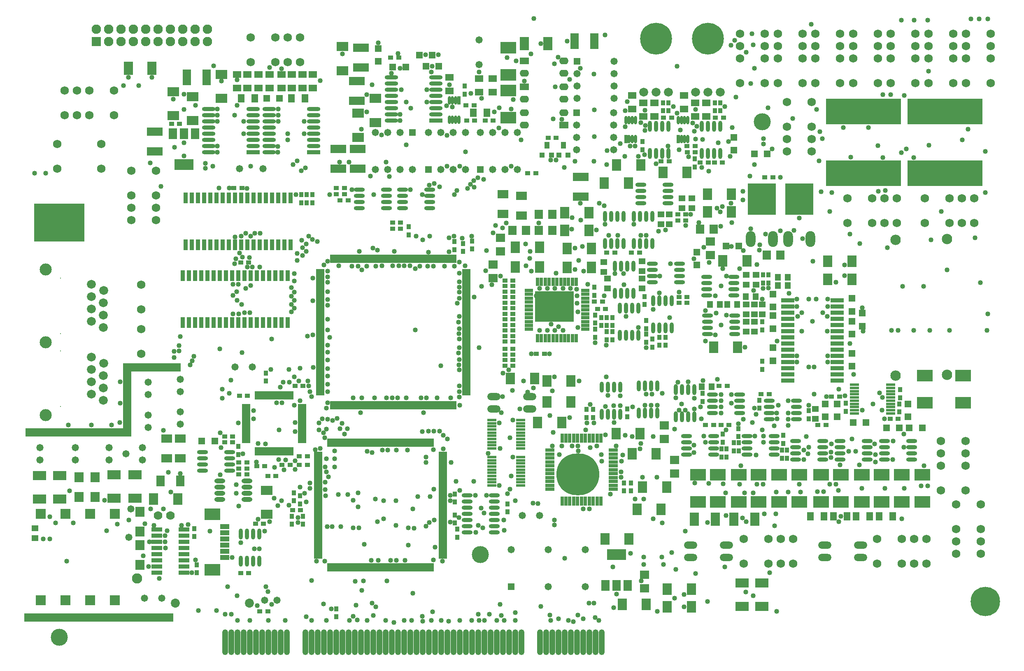
<source format=gts>
%FSLAX44Y44*%
%MOMM*%
G71*
G01*
G75*
%ADD10O,0.6096X2.0320*%
%ADD11R,1.7780X2.2860*%
%ADD12O,2.5400X1.2700*%
%ADD13R,15.2400X5.0800*%
%ADD14O,2.0320X0.6096*%
%ADD15R,0.7620X0.8890*%
%ADD16R,1.5240X1.7780*%
%ADD17R,3.0480X2.2860*%
%ADD18R,0.8890X0.7620*%
%ADD19O,1.7780X3.0480*%
%ADD20R,1.7272X0.8128*%
%ADD21R,1.2700X1.0160*%
%ADD22R,2.0320X0.6096*%
%ADD23R,1.5240X0.3048*%
%ADD24O,1.7272X1.2192*%
%ADD25O,1.0160X5.0800*%
%ADD26R,7.8740X6.0960*%
%ADD27O,8.6360X8.3820*%
%ADD28R,0.3048X1.5240*%
%ADD29R,1.5240X1.2700*%
%ADD30R,1.7272X1.2192*%
%ADD31R,0.9144X0.9144*%
%ADD32R,1.5240X2.0320*%
%ADD33R,3.8100X2.0320*%
%ADD34R,1.5240X14.8590*%
%ADD35R,21.5900X1.5240*%
%ADD36R,2.0320X1.5240*%
%ADD37O,2.5400X0.6096*%
%ADD38R,2.5400X0.6096*%
%ADD39R,1.2700X1.1430*%
%ADD40R,1.1430X1.2700*%
%ADD41R,1.5240X3.0480*%
%ADD42R,1.2700X1.5240*%
%ADD43R,0.6096X2.0320*%
%ADD44R,1.7780X2.5400*%
%ADD45R,1.0160X1.2700*%
%ADD46R,1.7780X1.5240*%
%ADD47R,5.5880X6.3500*%
%ADD48R,2.5400X1.7780*%
%ADD49R,1.7800X0.4200*%
%ADD50R,1.7800X0.4200*%
%ADD51R,0.5080X1.7780*%
%ADD52R,1.7780X0.5080*%
%ADD53R,1.5240X0.5080*%
%ADD54R,0.5080X1.5240*%
%ADD55R,2.5400X0.6350*%
%ADD56R,1.7272X1.8288*%
%ADD57R,2.2860X1.7780*%
%ADD58O,2.0320X0.7620*%
%ADD59R,0.9144X1.2700*%
%ADD60R,3.0480X1.5240*%
%ADD61R,0.4318X1.5240*%
%ADD62O,0.4318X1.5240*%
%ADD63R,30.4800X1.5240*%
%ADD64R,11.4300X1.5240*%
%ADD65C,0.2032*%
%ADD66C,0.6350*%
%ADD67C,0.3556*%
%ADD68C,0.8128*%
%ADD69C,0.3048*%
%ADD70C,0.4572*%
%ADD71C,0.8890*%
%ADD72C,0.7112*%
%ADD73C,0.5080*%
%ADD74C,0.4064*%
%ADD75C,0.2540*%
%ADD76C,0.5842*%
%ADD77C,0.3810*%
%ADD78C,1.2700*%
%ADD79R,1.3970X0.6350*%
%ADD80R,25.1460X25.4000*%
%ADD81C,1.2700*%
%ADD82R,1.9050X1.9050*%
%ADD83C,1.6256*%
%ADD84C,6.3500*%
%ADD85R,1.7272X1.7272*%
%ADD86C,1.7272*%
%ADD87R,1.2700X1.2700*%
%ADD88C,1.5240*%
%ADD89C,1.5748*%
%ADD90C,3.3020*%
%ADD91C,1.9050*%
%ADD92C,5.8420*%
%ADD93C,1.9304*%
%ADD94C,2.2860*%
%ADD95R,10.1600X7.6200*%
%ADD96C,1.6510*%
%ADD97C,0.8128*%
%ADD98R,0.9144X1.0160*%
%ADD99R,0.7620X0.7620*%
%ADD100R,1.0160X0.9144*%
%ADD101R,2.0320X3.8100*%
%ADD102R,2.2860X3.0480*%
%ADD103R,5.0800X2.0320*%
%ADD104O,1.1938X0.7874*%
%ADD105R,1.1938X0.7874*%
%ADD106O,0.7620X2.0320*%
%ADD107R,1.2700X0.9144*%
%ADD108R,1.8288X1.7272*%
%ADD109R,2.0320X30.4800*%
%ADD110R,24.1300X1.5240*%
%ADD111R,1.2700X3.0480*%
%ADD112R,1.2700X2.7940*%
%ADD113C,0.2000*%
%ADD114C,0.1270*%
%ADD115O,0.8128X2.2352*%
%ADD116R,1.9812X2.4892*%
%ADD117O,2.7432X1.4732*%
%ADD118R,15.4432X5.2832*%
%ADD119O,2.2352X0.8128*%
%ADD120R,0.9652X1.0922*%
%ADD121R,1.7272X1.9812*%
%ADD122R,3.2512X2.4892*%
%ADD123R,1.0922X0.9652*%
%ADD124O,1.9812X3.2512*%
%ADD125R,1.9304X1.0160*%
%ADD126R,1.4732X1.2192*%
%ADD127R,2.2352X0.8128*%
%ADD128R,1.7272X0.5080*%
%ADD129O,1.9304X1.4224*%
%ADD130O,1.2192X5.2832*%
%ADD131R,8.0772X6.2992*%
%ADD132O,8.8392X8.5852*%
%ADD133R,0.5080X1.7272*%
%ADD134R,1.7272X1.4732*%
%ADD135R,1.9304X1.4224*%
%ADD136R,1.1176X1.1176*%
%ADD137R,1.7272X2.2352*%
%ADD138R,4.0132X2.2352*%
%ADD139R,1.7272X15.0622*%
%ADD140R,21.7932X1.7272*%
%ADD141R,2.2352X1.7272*%
%ADD142O,2.7432X0.8128*%
%ADD143R,2.7432X0.8128*%
%ADD144R,1.4732X1.3462*%
%ADD145R,1.3462X1.4732*%
%ADD146R,1.7272X3.2512*%
%ADD147R,1.4732X1.7272*%
%ADD148R,0.8128X2.2352*%
%ADD149R,1.9812X2.7432*%
%ADD150R,1.2192X1.4732*%
%ADD151R,1.9812X1.7272*%
%ADD152R,5.7912X6.5532*%
%ADD153R,2.7432X1.9812*%
%ADD154R,1.9832X0.6232*%
%ADD155R,1.9832X0.6232*%
%ADD156R,0.7112X1.9812*%
%ADD157R,1.9812X0.7112*%
%ADD158R,1.7272X0.7112*%
%ADD159R,0.7112X1.7272*%
%ADD160R,2.7432X0.8382*%
%ADD161R,1.9304X2.0320*%
%ADD162R,2.4892X1.9812*%
%ADD163O,2.2352X0.9652*%
%ADD164R,1.1176X1.4732*%
%ADD165R,3.2512X1.7272*%
%ADD166R,0.6350X1.7272*%
%ADD167O,0.6350X1.7272*%
%ADD168R,30.6832X1.7272*%
%ADD169R,11.6332X1.7272*%
%ADD170C,1.4732*%
%ADD171R,2.1082X2.1082*%
%ADD172C,1.8288*%
%ADD173C,6.5532*%
%ADD174R,1.9304X1.9304*%
%ADD175R,1.4732X1.4732*%
%ADD176C,1.7780*%
%ADD177C,3.5052*%
%ADD178C,2.1082*%
%ADD179C,6.0452*%
%ADD180C,2.1336*%
%ADD181C,0.2032*%
%ADD182C,2.4892*%
%ADD183R,10.3632X7.8232*%
%ADD184C,1.8542*%
%ADD185C,1.0160*%
D86*
X167640Y1070610D02*
D03*
X167640Y1019810D02*
D03*
X77470Y1019810D02*
D03*
X77470Y1070610D02*
D03*
X250190Y689610D02*
D03*
X250190Y638810D02*
D03*
X250190Y730250D02*
D03*
X250190Y781050D02*
D03*
X1482090Y1297940D02*
D03*
X1532890Y1297940D02*
D03*
X1637030Y1297940D02*
D03*
X1610360Y1297940D02*
D03*
X1482090Y1272540D02*
D03*
X1610360Y1247140D02*
D03*
X1637030Y1247140D02*
D03*
X1532890Y1272540D02*
D03*
X280670Y939800D02*
D03*
X229870Y939800D02*
D03*
X1946910Y1272540D02*
D03*
X1997710Y1272540D02*
D03*
X1938020Y908050D02*
D03*
X1565910Y257810D02*
D03*
X1938020Y958850D02*
D03*
X1565910Y207010D02*
D03*
X1926590Y252730D02*
D03*
X1840230Y257810D02*
D03*
X1977390Y252730D02*
D03*
X1840230Y207010D02*
D03*
X1861820Y958850D02*
D03*
X1963420Y908050D02*
D03*
X1963420Y958850D02*
D03*
X1861820Y908050D02*
D03*
X1912620Y958850D02*
D03*
X1912620Y908050D02*
D03*
X1869440Y1272540D02*
D03*
X1920240Y1272540D02*
D03*
X1869440Y1297940D02*
D03*
X1920240Y1297940D02*
D03*
X1869440Y1196340D02*
D03*
X1920240Y1196340D02*
D03*
X1869440Y1247140D02*
D03*
X1920240Y1247140D02*
D03*
X1482090Y1196340D02*
D03*
X194310Y1130300D02*
D03*
X194310Y1181100D02*
D03*
X1532890Y1196340D02*
D03*
X1703070Y908050D02*
D03*
X1753870Y908050D02*
D03*
X1779270Y908050D02*
D03*
X1804670Y908050D02*
D03*
X1779270Y958850D02*
D03*
X1753870Y958850D02*
D03*
X143510Y1130300D02*
D03*
X118110Y1130300D02*
D03*
X92710Y1130300D02*
D03*
X92710Y1181100D02*
D03*
X118110Y1181100D02*
D03*
X143510Y1181100D02*
D03*
X474980Y1239520D02*
D03*
X525780Y1239520D02*
D03*
X551180Y1239520D02*
D03*
X576580Y1239520D02*
D03*
X576580Y1290320D02*
D03*
X551180Y1290320D02*
D03*
X525780Y1290320D02*
D03*
X474980Y1290320D02*
D03*
X1578610Y1156970D02*
D03*
X1578610Y1106170D02*
D03*
X1578610Y1080770D02*
D03*
X1578610Y1055370D02*
D03*
X1629410Y1055370D02*
D03*
X1629410Y1080770D02*
D03*
X1629410Y1106170D02*
D03*
X1629410Y1156970D02*
D03*
X280670Y1016000D02*
D03*
X280670Y965200D02*
D03*
X280670Y914400D02*
D03*
X229870Y914400D02*
D03*
X229870Y965200D02*
D03*
X229870Y1016000D02*
D03*
X1764030Y207010D02*
D03*
X1865630Y207010D02*
D03*
X1865630Y257810D02*
D03*
X1814830Y207010D02*
D03*
X1814830Y257810D02*
D03*
X1764030Y257810D02*
D03*
X1945640Y358140D02*
D03*
X1926590Y328930D02*
D03*
X1926590Y278130D02*
D03*
X1945640Y434340D02*
D03*
X1926590Y227330D02*
D03*
X1894840Y358140D02*
D03*
X1977390Y328930D02*
D03*
X1894840Y408940D02*
D03*
X1945640Y408940D02*
D03*
X1945640Y459740D02*
D03*
X1894840Y459740D02*
D03*
X1894840Y434340D02*
D03*
X1977390Y278130D02*
D03*
X1489710Y257810D02*
D03*
X1540510Y257810D02*
D03*
X1540510Y207010D02*
D03*
X1591310Y257810D02*
D03*
X1591310Y207010D02*
D03*
X1489710Y207010D02*
D03*
X1977390Y227330D02*
D03*
X1804670Y958850D02*
D03*
X1559560Y1196340D02*
D03*
X1610360Y1196340D02*
D03*
X1610360Y1272540D02*
D03*
X1559560Y1297940D02*
D03*
X1559560Y1272540D02*
D03*
X1559560Y1247140D02*
D03*
X1714500Y1196340D02*
D03*
X1714500Y1247140D02*
D03*
X1714500Y1272540D02*
D03*
X1714500Y1297940D02*
D03*
X1765300Y1297940D02*
D03*
X1765300Y1272540D02*
D03*
X1765300Y1247140D02*
D03*
X1765300Y1196340D02*
D03*
X1997710Y1196340D02*
D03*
X1997710Y1247140D02*
D03*
X1946910Y1297940D02*
D03*
X1946910Y1196340D02*
D03*
X1997710Y1297940D02*
D03*
X1946910Y1247140D02*
D03*
X1791970Y1247140D02*
D03*
X1842770Y1247140D02*
D03*
X1791970Y1196340D02*
D03*
X1791970Y1297940D02*
D03*
X1842770Y1297940D02*
D03*
X1842770Y1196340D02*
D03*
X1842770Y1272540D02*
D03*
X1791970Y1272540D02*
D03*
X1637030Y1196340D02*
D03*
X1637030Y1272540D02*
D03*
X1687830Y1297940D02*
D03*
X1687830Y1272540D02*
D03*
X1687830Y1247140D02*
D03*
X1687830Y1196340D02*
D03*
X1703070Y958850D02*
D03*
X1532890Y1247140D02*
D03*
X1482090Y1247140D02*
D03*
D93*
X182880Y1306830D02*
D03*
X208280Y1281430D02*
D03*
X233680Y1281430D02*
D03*
X233680Y1306830D02*
D03*
X259080Y1281430D02*
D03*
X259080Y1306830D02*
D03*
X284480Y1281430D02*
D03*
X284480Y1306830D02*
D03*
X309880Y1281430D02*
D03*
X309880Y1306830D02*
D03*
X335280Y1281430D02*
D03*
X335280Y1306830D02*
D03*
X360680Y1281430D02*
D03*
X360680Y1306830D02*
D03*
X386080Y1281430D02*
D03*
X386080Y1306830D02*
D03*
X157480Y1306830D02*
D03*
X182880Y1281430D02*
D03*
X208280Y1306830D02*
D03*
D115*
X1334770Y1051560D02*
D03*
X1296670Y1107440D02*
D03*
X1296670Y1051560D02*
D03*
X1309370Y1051560D02*
D03*
X1322070Y1051560D02*
D03*
X1309370Y1107440D02*
D03*
X1334770Y1107440D02*
D03*
X1322070Y1107440D02*
D03*
X1428750Y1051560D02*
D03*
X1403350Y1051560D02*
D03*
X1416050Y1051560D02*
D03*
X1242060Y866140D02*
D03*
X1229360Y866140D02*
D03*
X1216660Y866140D02*
D03*
X1203960Y866140D02*
D03*
X1203960Y922020D02*
D03*
X1216660Y922020D02*
D03*
X1229360Y922020D02*
D03*
X1242060Y922020D02*
D03*
X1315720Y692150D02*
D03*
X1328420Y692150D02*
D03*
X1303020Y692150D02*
D03*
X454660Y212090D02*
D03*
X467360Y212090D02*
D03*
X480060Y212090D02*
D03*
X492760Y212090D02*
D03*
X492760Y267970D02*
D03*
X480060Y267970D02*
D03*
X467360Y267970D02*
D03*
X454660Y267970D02*
D03*
X1341120Y748030D02*
D03*
X1328420Y748030D02*
D03*
X1315720Y748030D02*
D03*
X1303020Y748030D02*
D03*
X1341120Y692150D02*
D03*
X1301750Y922020D02*
D03*
X1276350Y922020D02*
D03*
X1263650Y922020D02*
D03*
X1263650Y866140D02*
D03*
X1276350Y866140D02*
D03*
X1289050Y866140D02*
D03*
X1301750Y866140D02*
D03*
X1273810Y516890D02*
D03*
X1286510Y516890D02*
D03*
X1299210Y516890D02*
D03*
X1311910Y516890D02*
D03*
X1311910Y572770D02*
D03*
X1299210Y572770D02*
D03*
X1286510Y572770D02*
D03*
X1273810Y572770D02*
D03*
X1197610Y570230D02*
D03*
X1210310Y570230D02*
D03*
X1223010Y570230D02*
D03*
X1235710Y570230D02*
D03*
X1235710Y514350D02*
D03*
X1223010Y514350D02*
D03*
X1210310Y514350D02*
D03*
X1197610Y514350D02*
D03*
X1350010Y565150D02*
D03*
X1362710Y565150D02*
D03*
X1375410Y565150D02*
D03*
X1388110Y565150D02*
D03*
X1388110Y509270D02*
D03*
X1375410Y509270D02*
D03*
X1362710Y509270D02*
D03*
X1350010Y509270D02*
D03*
X1234440Y732790D02*
D03*
X1247140Y732790D02*
D03*
X1259840Y732790D02*
D03*
X1272540Y732790D02*
D03*
X1272540Y676910D02*
D03*
X1259840Y676910D02*
D03*
X1247140Y676910D02*
D03*
X1234440Y676910D02*
D03*
X1262380Y763270D02*
D03*
X1249680Y763270D02*
D03*
X1236980Y763270D02*
D03*
X1224280Y763270D02*
D03*
X1224280Y819150D02*
D03*
X1236980Y819150D02*
D03*
X1249680Y819150D02*
D03*
X1262380Y819150D02*
D03*
X1441450Y1107440D02*
D03*
X1416050Y1107440D02*
D03*
X1441450Y1051560D02*
D03*
X1403350Y1107440D02*
D03*
X1428750Y1107440D02*
D03*
X1289050Y922020D02*
D03*
D116*
X1239520Y123190D02*
D03*
X1289050Y123190D02*
D03*
X1414780Y930910D02*
D03*
X1464310Y930910D02*
D03*
X1332230Y154940D02*
D03*
X1381760Y154940D02*
D03*
X1065530Y497840D02*
D03*
X1115060Y497840D02*
D03*
X1170940Y892810D02*
D03*
X1121410Y892810D02*
D03*
X1270000Y318770D02*
D03*
X1319530Y318770D02*
D03*
X1427480Y652780D02*
D03*
X1477010Y652780D02*
D03*
X1332230Y118110D02*
D03*
X1381760Y118110D02*
D03*
X1126490Y816610D02*
D03*
X1176020Y816610D02*
D03*
X1134110Y539750D02*
D03*
X1084580Y539750D02*
D03*
X1662430Y792480D02*
D03*
X1711960Y792480D02*
D03*
X1121410Y929640D02*
D03*
X1170940Y929640D02*
D03*
X1009650Y588010D02*
D03*
X1059180Y588010D02*
D03*
X1662430Y829310D02*
D03*
X1711960Y829310D02*
D03*
X1226820Y474980D02*
D03*
X1276350Y474980D02*
D03*
X1281430Y364490D02*
D03*
X1330960Y364490D02*
D03*
X1069340Y858520D02*
D03*
X1019810Y858520D02*
D03*
X1069340Y817880D02*
D03*
X1019810Y817880D02*
D03*
X1134110Y582930D02*
D03*
X1084580Y582930D02*
D03*
X1464310Y967740D02*
D03*
X1414780Y967740D02*
D03*
X1253490Y257810D02*
D03*
X1203960Y257810D02*
D03*
X1496060Y830580D02*
D03*
X1446530Y830580D02*
D03*
X325120Y340360D02*
D03*
X275590Y340360D02*
D03*
X1277620Y1027430D02*
D03*
X1228090Y1027430D02*
D03*
X1259840Y433070D02*
D03*
X1309370Y433070D02*
D03*
X1176020Y855980D02*
D03*
X1126490Y855980D02*
D03*
X1372870Y1012190D02*
D03*
X1323340Y1012190D02*
D03*
X1202690Y990600D02*
D03*
X1252220Y990600D02*
D03*
D117*
X975360Y551180D02*
D03*
X975360Y525780D02*
D03*
X1049020Y551180D02*
D03*
X1049020Y525780D02*
D03*
X1729740Y245110D02*
D03*
X1729740Y219710D02*
D03*
X1656080Y245110D02*
D03*
X1656080Y219710D02*
D03*
X1380490Y219710D02*
D03*
X1380490Y245110D02*
D03*
X1454150Y219710D02*
D03*
X1454150Y245110D02*
D03*
D118*
X1903730Y1010920D02*
D03*
X1903730Y1137920D02*
D03*
X1736090Y1137920D02*
D03*
X1736090Y1010920D02*
D03*
D119*
X1333500Y986790D02*
D03*
X1333500Y974090D02*
D03*
X1333500Y961390D02*
D03*
X1333500Y948690D02*
D03*
X1277620Y948690D02*
D03*
X1277620Y961390D02*
D03*
X1277620Y974090D02*
D03*
X1277620Y986790D02*
D03*
X1596390Y459740D02*
D03*
X1596390Y447040D02*
D03*
X1596390Y434340D02*
D03*
X1596390Y421640D02*
D03*
X1652270Y421640D02*
D03*
X1652270Y434340D02*
D03*
X1652270Y447040D02*
D03*
X1652270Y459740D02*
D03*
X1427480Y431800D02*
D03*
X1427480Y444500D02*
D03*
X1427480Y457200D02*
D03*
X1427480Y469900D02*
D03*
X1371600Y469900D02*
D03*
X1371600Y457200D02*
D03*
X1371600Y444500D02*
D03*
X1371600Y431800D02*
D03*
X375920Y398780D02*
D03*
X375920Y411480D02*
D03*
X375920Y424180D02*
D03*
X375920Y436880D02*
D03*
X431800Y436880D02*
D03*
X431800Y424180D02*
D03*
X431800Y411480D02*
D03*
X431800Y398780D02*
D03*
X1470660Y679450D02*
D03*
X1470660Y692150D02*
D03*
X1470660Y704850D02*
D03*
X1470660Y717550D02*
D03*
X1414780Y717550D02*
D03*
X1414780Y704850D02*
D03*
X1414780Y692150D02*
D03*
X1414780Y679450D02*
D03*
X1469390Y759460D02*
D03*
X1469390Y772160D02*
D03*
X1469390Y784860D02*
D03*
X1469390Y797560D02*
D03*
X1413510Y797560D02*
D03*
X1413510Y784860D02*
D03*
X1413510Y772160D02*
D03*
X1413510Y759460D02*
D03*
X1779270Y459740D02*
D03*
X1779270Y447040D02*
D03*
X1779270Y434340D02*
D03*
X1779270Y421640D02*
D03*
X1835150Y421640D02*
D03*
X1835150Y434340D02*
D03*
X1835150Y447040D02*
D03*
X1835150Y459740D02*
D03*
X1687830Y459740D02*
D03*
X1687830Y447040D02*
D03*
X1687830Y434340D02*
D03*
X1687830Y421640D02*
D03*
X1743710Y421640D02*
D03*
X1743710Y434340D02*
D03*
X1743710Y447040D02*
D03*
X1743710Y459740D02*
D03*
X1551940Y431800D02*
D03*
X1551940Y444500D02*
D03*
X1551940Y457200D02*
D03*
X1551940Y469900D02*
D03*
X1496060Y469900D02*
D03*
X1496060Y457200D02*
D03*
X1496060Y444500D02*
D03*
X1496060Y431800D02*
D03*
X1480820Y554990D02*
D03*
X1480820Y542290D02*
D03*
X1480820Y529590D02*
D03*
X1480820Y516890D02*
D03*
X1424940Y516890D02*
D03*
X1424940Y529590D02*
D03*
X1424940Y542290D02*
D03*
X1424940Y554990D02*
D03*
X1597660Y542290D02*
D03*
X1597660Y529590D02*
D03*
X1597660Y516890D02*
D03*
X1597660Y504190D02*
D03*
X1541780Y504190D02*
D03*
X1541780Y516890D02*
D03*
X1541780Y529590D02*
D03*
X1541780Y542290D02*
D03*
X1357630Y786130D02*
D03*
X1357630Y798830D02*
D03*
X1357630Y811530D02*
D03*
X1357630Y824230D02*
D03*
X1301750Y824230D02*
D03*
X1301750Y811530D02*
D03*
X1301750Y798830D02*
D03*
X1301750Y786130D02*
D03*
X920750Y309880D02*
D03*
X976630Y347980D02*
D03*
X976630Y335280D02*
D03*
X976630Y322580D02*
D03*
X976630Y309880D02*
D03*
X976630Y297180D02*
D03*
X976630Y284480D02*
D03*
X976630Y271780D02*
D03*
X920750Y271780D02*
D03*
X920750Y284480D02*
D03*
X920750Y297180D02*
D03*
X920750Y322580D02*
D03*
X920750Y335280D02*
D03*
X920750Y347980D02*
D03*
X787400Y976630D02*
D03*
X787400Y963930D02*
D03*
X787400Y951230D02*
D03*
X787400Y938530D02*
D03*
X843280Y938530D02*
D03*
X843280Y951230D02*
D03*
X843280Y963930D02*
D03*
X843280Y976630D02*
D03*
X698500Y976630D02*
D03*
X698500Y963930D02*
D03*
X698500Y951230D02*
D03*
X698500Y938530D02*
D03*
X754380Y938530D02*
D03*
X754380Y951230D02*
D03*
X754380Y963930D02*
D03*
X754380Y976630D02*
D03*
D120*
X359410Y262890D02*
D03*
X359410Y279400D02*
D03*
X563880Y336550D02*
D03*
X563880Y353060D02*
D03*
X1443990Y426720D02*
D03*
X1443990Y443230D02*
D03*
X1570990Y454660D02*
D03*
X1570990Y471170D02*
D03*
X1568450Y424180D02*
D03*
X1568450Y440690D02*
D03*
X1478280Y468630D02*
D03*
X1478280Y485140D02*
D03*
X1479550Y439420D02*
D03*
X1479550Y455930D02*
D03*
X1446530Y457200D02*
D03*
X1446530Y473710D02*
D03*
X1529080Y801370D02*
D03*
X1540510Y801370D02*
D03*
X1529080Y784860D02*
D03*
X1540510Y784860D02*
D03*
X364490Y188722D02*
D03*
X1388618Y1040130D02*
D03*
X579120Y949960D02*
D03*
X590550Y949960D02*
D03*
X601980Y949960D02*
D03*
X1388618Y1023620D02*
D03*
X894080Y853440D02*
D03*
X894080Y869950D02*
D03*
X895350Y334010D02*
D03*
X895350Y350520D02*
D03*
X900430Y261620D02*
D03*
X900430Y278130D02*
D03*
X895350Y290830D02*
D03*
X895350Y307340D02*
D03*
X582930Y304800D02*
D03*
X582930Y288290D02*
D03*
X560070Y288290D02*
D03*
X560070Y304800D02*
D03*
X576580Y346710D02*
D03*
X576580Y330200D02*
D03*
X1179830Y524510D02*
D03*
X1179830Y508000D02*
D03*
X1165860Y524510D02*
D03*
X1165860Y508000D02*
D03*
X1243330Y356870D02*
D03*
X1243330Y373380D02*
D03*
X1623060Y521970D02*
D03*
X1623060Y505460D02*
D03*
X1249680Y509270D02*
D03*
X1249680Y525780D02*
D03*
X1315720Y673100D02*
D03*
X1315720Y656590D02*
D03*
X1285240Y740410D02*
D03*
X1285240Y756920D02*
D03*
X1219200Y684530D02*
D03*
X1219200Y668020D02*
D03*
X1207770Y713740D02*
D03*
X1207770Y697230D02*
D03*
X1289050Y707390D02*
D03*
X1289050Y690880D02*
D03*
X1183640Y689610D02*
D03*
X1183640Y673100D02*
D03*
X1196340Y697230D02*
D03*
X1196340Y713740D02*
D03*
X1527810Y704850D02*
D03*
X1527810Y688340D02*
D03*
X364490Y205232D02*
D03*
X1257300Y373380D02*
D03*
X1257300Y356870D02*
D03*
X1809750Y535940D02*
D03*
X1809750Y519430D02*
D03*
X1699260Y537210D02*
D03*
X1699260Y520700D02*
D03*
X1289050Y679450D02*
D03*
X1289050Y662940D02*
D03*
X1301750Y652780D02*
D03*
X1301750Y669290D02*
D03*
X1219200Y697230D02*
D03*
X1219200Y713740D02*
D03*
X1207770Y668020D02*
D03*
X1207770Y684530D02*
D03*
X1328420Y673100D02*
D03*
X1328420Y656590D02*
D03*
X1183640Y718820D02*
D03*
X1183640Y702310D02*
D03*
X1182370Y775970D02*
D03*
X1182370Y759460D02*
D03*
X1811020Y548640D02*
D03*
X1811020Y565150D02*
D03*
X651510Y97790D02*
D03*
X651510Y114300D02*
D03*
X506730Y599440D02*
D03*
X506730Y582930D02*
D03*
X1404587Y557530D02*
D03*
X1404587Y541020D02*
D03*
X1003300Y313690D02*
D03*
X1003300Y330200D02*
D03*
X1527810Y607060D02*
D03*
X1527810Y623570D02*
D03*
X579120Y966470D02*
D03*
X601980Y966470D02*
D03*
X449580Y431800D02*
D03*
X449580Y448310D02*
D03*
X590550Y966470D02*
D03*
X911860Y849630D02*
D03*
X911860Y866140D02*
D03*
X800100Y883920D02*
D03*
X800100Y900430D02*
D03*
X930910Y871220D02*
D03*
X930910Y854710D02*
D03*
X1521460Y543560D02*
D03*
X1521460Y527050D02*
D03*
X915670Y1189990D02*
D03*
X915670Y1173480D02*
D03*
X1334770Y1139190D02*
D03*
X1334770Y1155700D02*
D03*
X1323340Y1139190D02*
D03*
X1323340Y1155700D02*
D03*
X1441450Y1139190D02*
D03*
X1441450Y1155700D02*
D03*
X1430020Y1139190D02*
D03*
X1430020Y1155700D02*
D03*
X1578610Y424180D02*
D03*
X1578610Y440690D02*
D03*
X1469390Y439420D02*
D03*
X1469390Y455930D02*
D03*
X1454150Y426720D02*
D03*
X1454150Y443230D02*
D03*
X1281430Y1059180D02*
D03*
X1281430Y1075690D02*
D03*
D121*
X1564640Y842010D02*
D03*
X1068070Y925830D02*
D03*
X1096010Y925830D02*
D03*
X1068070Y892810D02*
D03*
X1096010Y892810D02*
D03*
X1013460Y892810D02*
D03*
X1041400Y892810D02*
D03*
X1399540Y895350D02*
D03*
X1536700Y842010D02*
D03*
X1427480Y895350D02*
D03*
D122*
X1395730Y389890D02*
D03*
X1395730Y334010D02*
D03*
X396240Y308610D02*
D03*
X396240Y194310D02*
D03*
X1005078Y1125220D02*
D03*
X1005078Y1181100D02*
D03*
X1648460Y334010D02*
D03*
X1648460Y389890D02*
D03*
X1689100Y334010D02*
D03*
X1689100Y389890D02*
D03*
X1732280Y334010D02*
D03*
X1732280Y389890D02*
D03*
X1772920Y334010D02*
D03*
X1772920Y389890D02*
D03*
X1479550Y334010D02*
D03*
X1479550Y389890D02*
D03*
X1436370Y334010D02*
D03*
X1436370Y389890D02*
D03*
X1814830Y334010D02*
D03*
X1814830Y389890D02*
D03*
X1856740Y334010D02*
D03*
X1856740Y389890D02*
D03*
X1520190Y334010D02*
D03*
X1520190Y389890D02*
D03*
X1562100Y389890D02*
D03*
X1562100Y334010D02*
D03*
X1604010Y389890D02*
D03*
X1604010Y334010D02*
D03*
X1005078Y1212850D02*
D03*
X1005078Y1268730D02*
D03*
X1861820Y538480D02*
D03*
X1861820Y594360D02*
D03*
X1940560Y538480D02*
D03*
X1940560Y594360D02*
D03*
D123*
X1532890Y1002030D02*
D03*
X659130Y955040D02*
D03*
X1389380Y1066800D02*
D03*
X1445768Y1032510D02*
D03*
X1389888Y1054100D02*
D03*
X1429258Y1032510D02*
D03*
X1416558Y1032510D02*
D03*
X468630Y552450D02*
D03*
X452120Y552450D02*
D03*
X312420Y1112520D02*
D03*
X328930Y1112520D02*
D03*
X935990Y1118870D02*
D03*
X919480Y1118870D02*
D03*
X1400048Y1032510D02*
D03*
X651510Y980440D02*
D03*
X668020Y980440D02*
D03*
X651510Y967740D02*
D03*
X668020Y967740D02*
D03*
X1061720Y1010920D02*
D03*
X1045210Y1010920D02*
D03*
X675640Y955040D02*
D03*
X767080Y909320D02*
D03*
X783590Y909320D02*
D03*
X767080Y896620D02*
D03*
X783590Y896620D02*
D03*
X504190Y407670D02*
D03*
X487680Y407670D02*
D03*
X471170Y187960D02*
D03*
X454660Y187960D02*
D03*
X582930Y572770D02*
D03*
X566420Y572770D02*
D03*
X591820Y410210D02*
D03*
X575310Y410210D02*
D03*
X539750Y410210D02*
D03*
X556260Y410210D02*
D03*
X591820Y427990D02*
D03*
X575310Y427990D02*
D03*
X577850Y317500D02*
D03*
X561340Y317500D02*
D03*
X1658620Y492760D02*
D03*
X1642110Y492760D02*
D03*
X998220Y614680D02*
D03*
X1014730Y614680D02*
D03*
X998220Y626110D02*
D03*
X1014730Y626110D02*
D03*
X998220Y637540D02*
D03*
X1014730Y637540D02*
D03*
X998220Y648970D02*
D03*
X1014730Y648970D02*
D03*
X1205230Y731520D02*
D03*
X1188720Y731520D02*
D03*
X1014730Y664210D02*
D03*
X998220Y664210D02*
D03*
X1014730Y675640D02*
D03*
X998220Y675640D02*
D03*
X1014730Y687070D02*
D03*
X998220Y687070D02*
D03*
X1014730Y698500D02*
D03*
X998220Y698500D02*
D03*
X1014730Y709930D02*
D03*
X998220Y709930D02*
D03*
X1014730Y721360D02*
D03*
X998220Y721360D02*
D03*
X1014730Y732790D02*
D03*
X998220Y732790D02*
D03*
X1014730Y744220D02*
D03*
X998220Y744220D02*
D03*
X1014730Y755650D02*
D03*
X998220Y755650D02*
D03*
X1014730Y767080D02*
D03*
X998220Y767080D02*
D03*
X1014730Y778510D02*
D03*
X998220Y778510D02*
D03*
X1356360Y744220D02*
D03*
X1372870Y744220D02*
D03*
X1353820Y913130D02*
D03*
X1370330Y913130D02*
D03*
X471170Y826770D02*
D03*
X454660Y826770D02*
D03*
X1549400Y1002030D02*
D03*
X1790700Y505460D02*
D03*
X1807210Y505460D02*
D03*
X1427480Y492760D02*
D03*
X1410970Y492760D02*
D03*
X1372870Y755650D02*
D03*
X1356360Y755650D02*
D03*
X1686560Y551180D02*
D03*
X1670050Y551180D02*
D03*
X494030Y109220D02*
D03*
X510540Y109220D02*
D03*
X1062990Y638810D02*
D03*
X1079500Y638810D02*
D03*
X457200Y980440D02*
D03*
X440690Y980440D02*
D03*
X1438877Y572770D02*
D03*
X1455387Y572770D02*
D03*
X998220Y789940D02*
D03*
X1014730Y789940D02*
D03*
X1182370Y746760D02*
D03*
X1198880Y746760D02*
D03*
X1370330Y925830D02*
D03*
X1353820Y925830D02*
D03*
X510540Y387350D02*
D03*
X527050Y387350D02*
D03*
X450850Y415290D02*
D03*
X467360Y402590D02*
D03*
X467360Y415290D02*
D03*
X450850Y402590D02*
D03*
X467360Y391160D02*
D03*
X450850Y391160D02*
D03*
X501650Y289560D02*
D03*
X485140Y289560D02*
D03*
X438150Y468630D02*
D03*
X421640Y468630D02*
D03*
X421640Y457200D02*
D03*
X438150Y457200D02*
D03*
X918210Y1150620D02*
D03*
X934720Y1150620D02*
D03*
X1103630Y1083310D02*
D03*
X1087120Y1083310D02*
D03*
X1319530Y1035050D02*
D03*
X1336040Y1035050D02*
D03*
X1373378Y1054100D02*
D03*
X1372870Y1066800D02*
D03*
X763270Y1248410D02*
D03*
X779780Y1248410D02*
D03*
X1541780Y556260D02*
D03*
X1525270Y556260D02*
D03*
X1224280Y847090D02*
D03*
X1207770Y847090D02*
D03*
X1258570Y847090D02*
D03*
X1275080Y847090D02*
D03*
X957580Y1118870D02*
D03*
X974090Y1118870D02*
D03*
X1442720Y492760D02*
D03*
X1459230Y492760D02*
D03*
X1341120Y1125220D02*
D03*
X1324610Y1125220D02*
D03*
X1431290Y1125220D02*
D03*
X1447800Y1125220D02*
D03*
D124*
X1549400Y875030D02*
D03*
X1626870Y875030D02*
D03*
X1581150Y875030D02*
D03*
X1503680Y875030D02*
D03*
D125*
X421640Y283210D02*
D03*
X421640Y270510D02*
D03*
X421640Y257810D02*
D03*
X421640Y245110D02*
D03*
X421640Y232410D02*
D03*
X421640Y219710D02*
D03*
D126*
X32004Y260096D02*
D03*
X32004Y280416D02*
D03*
X1527810Y720090D02*
D03*
X1527810Y740410D02*
D03*
X1494790Y801370D02*
D03*
X1494790Y781050D02*
D03*
X1515110Y781050D02*
D03*
X1515110Y801370D02*
D03*
X1494790Y704850D02*
D03*
X1494790Y684530D02*
D03*
X1511300Y704850D02*
D03*
X1511300Y684530D02*
D03*
X1494790Y740410D02*
D03*
X1494790Y720090D02*
D03*
X1511300Y740410D02*
D03*
X1511300Y720090D02*
D03*
X1336040Y905510D02*
D03*
X1336040Y925830D02*
D03*
X1319530Y905510D02*
D03*
X1319530Y925830D02*
D03*
X1362710Y938530D02*
D03*
X1383030Y938530D02*
D03*
X1637030Y505460D02*
D03*
X1637030Y525780D02*
D03*
X1209040Y793750D02*
D03*
X1209040Y773430D02*
D03*
X1201420Y828040D02*
D03*
X1201420Y807720D02*
D03*
X1280160Y793750D02*
D03*
X1280160Y773430D02*
D03*
X1280160Y829310D02*
D03*
X1280160Y808990D02*
D03*
X1383030Y958850D02*
D03*
X1362710Y958850D02*
D03*
D127*
X281940Y264922D02*
D03*
X337820Y277622D02*
D03*
X337820Y264922D02*
D03*
X337820Y252222D02*
D03*
X337820Y226822D02*
D03*
X337820Y188722D02*
D03*
X281940Y188722D02*
D03*
X281940Y201422D02*
D03*
X281940Y214122D02*
D03*
X281940Y226822D02*
D03*
X281940Y239522D02*
D03*
X281940Y252222D02*
D03*
X281940Y277622D02*
D03*
X337820Y239522D02*
D03*
X337820Y214122D02*
D03*
X337820Y201422D02*
D03*
D128*
X466090Y503400D02*
D03*
X618350Y796400D02*
D03*
X919350Y786400D02*
D03*
X466090Y493400D02*
D03*
X466090Y533400D02*
D03*
X466090Y528400D02*
D03*
X466090Y523400D02*
D03*
X466090Y518400D02*
D03*
X466090Y513400D02*
D03*
X466090Y508400D02*
D03*
X466090Y498400D02*
D03*
X466090Y488400D02*
D03*
X466090Y483400D02*
D03*
X466090Y478400D02*
D03*
X466090Y473400D02*
D03*
X466090Y468400D02*
D03*
X466090Y463400D02*
D03*
X466090Y458400D02*
D03*
X581090Y458400D02*
D03*
X581090Y463400D02*
D03*
X581090Y468400D02*
D03*
X581090Y473400D02*
D03*
X581090Y478400D02*
D03*
X581090Y483400D02*
D03*
X581090Y488400D02*
D03*
X581090Y493400D02*
D03*
X581090Y498400D02*
D03*
X581090Y503400D02*
D03*
X581090Y508400D02*
D03*
X581090Y513400D02*
D03*
X581090Y518400D02*
D03*
X581090Y523400D02*
D03*
X581090Y528400D02*
D03*
X581090Y533400D02*
D03*
X919350Y666400D02*
D03*
X919350Y691400D02*
D03*
X919350Y636400D02*
D03*
X919350Y641400D02*
D03*
X919350Y646400D02*
D03*
X919350Y661400D02*
D03*
X919350Y656400D02*
D03*
X919350Y766400D02*
D03*
X919350Y761400D02*
D03*
X919350Y741400D02*
D03*
X919350Y736400D02*
D03*
X919350Y731400D02*
D03*
X919350Y726400D02*
D03*
X919350Y721400D02*
D03*
X919350Y711400D02*
D03*
X919350Y706400D02*
D03*
X919350Y701400D02*
D03*
X919350Y696400D02*
D03*
X618350Y656400D02*
D03*
X618350Y661400D02*
D03*
X618350Y716400D02*
D03*
X618350Y701400D02*
D03*
X618350Y691400D02*
D03*
X618350Y696400D02*
D03*
X618350Y706400D02*
D03*
X618350Y721400D02*
D03*
X618350Y596400D02*
D03*
X618350Y651400D02*
D03*
X618350Y636400D02*
D03*
X618350Y626400D02*
D03*
X618350Y601400D02*
D03*
X618350Y591400D02*
D03*
X618350Y621400D02*
D03*
X618350Y631400D02*
D03*
X618350Y641400D02*
D03*
X618350Y726400D02*
D03*
X919350Y556400D02*
D03*
X919350Y561400D02*
D03*
X919350Y566400D02*
D03*
X919350Y571400D02*
D03*
X919350Y576400D02*
D03*
X919350Y581400D02*
D03*
X919350Y586400D02*
D03*
X919350Y591400D02*
D03*
X919350Y596400D02*
D03*
X919350Y601400D02*
D03*
X919350Y606400D02*
D03*
X919350Y611400D02*
D03*
X919350Y616400D02*
D03*
X919350Y621400D02*
D03*
X919350Y626400D02*
D03*
X919350Y631400D02*
D03*
X919350Y651400D02*
D03*
X919350Y671400D02*
D03*
X919350Y676400D02*
D03*
X919350Y681400D02*
D03*
X919350Y686400D02*
D03*
X919350Y716400D02*
D03*
X919350Y746400D02*
D03*
X919350Y751400D02*
D03*
X919350Y756400D02*
D03*
X919350Y791400D02*
D03*
X919350Y796400D02*
D03*
X919350Y801400D02*
D03*
X919350Y806400D02*
D03*
X919350Y811400D02*
D03*
X618350Y811400D02*
D03*
X618350Y806400D02*
D03*
X618350Y801400D02*
D03*
X618350Y786400D02*
D03*
X618350Y781400D02*
D03*
X618350Y776400D02*
D03*
X618350Y771400D02*
D03*
X618350Y766400D02*
D03*
X618350Y761400D02*
D03*
X618350Y756400D02*
D03*
X618350Y751400D02*
D03*
X618350Y746400D02*
D03*
X618350Y741400D02*
D03*
X618350Y736400D02*
D03*
X618350Y731400D02*
D03*
X618350Y711400D02*
D03*
X618350Y686400D02*
D03*
X618350Y681400D02*
D03*
X618350Y676400D02*
D03*
X618350Y671400D02*
D03*
X618350Y666400D02*
D03*
X618350Y646400D02*
D03*
X618350Y616400D02*
D03*
X618350Y611400D02*
D03*
X618350Y606400D02*
D03*
X618350Y586400D02*
D03*
X618350Y581400D02*
D03*
X618350Y576400D02*
D03*
X618350Y571400D02*
D03*
X618350Y566400D02*
D03*
X618350Y561400D02*
D03*
X618350Y556400D02*
D03*
X614000Y270390D02*
D03*
X871000Y405390D02*
D03*
X871000Y400390D02*
D03*
X871000Y395390D02*
D03*
X871000Y390390D02*
D03*
X871000Y385390D02*
D03*
X871000Y380390D02*
D03*
X871000Y375390D02*
D03*
X871000Y370390D02*
D03*
X871000Y365390D02*
D03*
X871000Y360390D02*
D03*
X871000Y355390D02*
D03*
X871000Y350390D02*
D03*
X871000Y335390D02*
D03*
X871000Y330390D02*
D03*
X871000Y325390D02*
D03*
X871000Y320390D02*
D03*
X871000Y315390D02*
D03*
X871000Y310390D02*
D03*
X871000Y295390D02*
D03*
X871000Y290390D02*
D03*
X871000Y285390D02*
D03*
X871000Y280390D02*
D03*
X871000Y270390D02*
D03*
X871000Y265390D02*
D03*
X614000Y405390D02*
D03*
X614000Y410390D02*
D03*
X614000Y415390D02*
D03*
X614000Y420390D02*
D03*
X871000Y220390D02*
D03*
X871000Y225390D02*
D03*
X871000Y230390D02*
D03*
X871000Y235390D02*
D03*
X871000Y240390D02*
D03*
X871000Y245390D02*
D03*
X871000Y250390D02*
D03*
X871000Y255390D02*
D03*
X871000Y260390D02*
D03*
X871000Y275390D02*
D03*
X871000Y300390D02*
D03*
X871000Y305390D02*
D03*
X871000Y340390D02*
D03*
X871000Y345390D02*
D03*
X871000Y410390D02*
D03*
X871000Y415390D02*
D03*
X871000Y420390D02*
D03*
X871000Y425390D02*
D03*
X871000Y430390D02*
D03*
X871000Y435390D02*
D03*
X614000Y435390D02*
D03*
X614000Y430390D02*
D03*
X614000Y425390D02*
D03*
X614000Y400390D02*
D03*
X614000Y395390D02*
D03*
X614000Y390390D02*
D03*
X614000Y385390D02*
D03*
X614000Y380390D02*
D03*
X614000Y375390D02*
D03*
X614000Y370390D02*
D03*
X614000Y365390D02*
D03*
X614000Y360390D02*
D03*
X614000Y355390D02*
D03*
X614000Y350390D02*
D03*
X614000Y345390D02*
D03*
X614000Y340390D02*
D03*
X614000Y335390D02*
D03*
X614000Y330390D02*
D03*
X614000Y325390D02*
D03*
X614000Y320390D02*
D03*
X614000Y315390D02*
D03*
X614000Y310390D02*
D03*
X614000Y305390D02*
D03*
X614000Y300390D02*
D03*
X614000Y295390D02*
D03*
X614000Y290390D02*
D03*
X614000Y285390D02*
D03*
X614000Y280390D02*
D03*
X614000Y275390D02*
D03*
X614000Y265390D02*
D03*
X614000Y260390D02*
D03*
X614000Y255390D02*
D03*
X614000Y250390D02*
D03*
X614000Y245390D02*
D03*
X614000Y240390D02*
D03*
X614000Y235390D02*
D03*
X614000Y230390D02*
D03*
X614000Y225390D02*
D03*
X614000Y220390D02*
D03*
X919350Y781400D02*
D03*
X919350Y776400D02*
D03*
X919350Y771400D02*
D03*
X618350Y791400D02*
D03*
D129*
X1119378Y1163320D02*
D03*
X1119378Y1188720D02*
D03*
X1038098Y1163320D02*
D03*
X1038098Y1135380D02*
D03*
X1038098Y1109980D02*
D03*
X1119378Y1135380D02*
D03*
X1119378Y1216660D02*
D03*
X1119378Y1242060D02*
D03*
X1038098Y1216660D02*
D03*
D130*
X435610Y45720D02*
D03*
X461010Y45720D02*
D03*
X422910Y45720D02*
D03*
X448310Y45720D02*
D03*
X473710Y45720D02*
D03*
X486410Y45720D02*
D03*
X499110Y45720D02*
D03*
X511810Y45720D02*
D03*
X524510Y45720D02*
D03*
X537210Y45720D02*
D03*
X549910Y45720D02*
D03*
X588010Y45720D02*
D03*
X600710Y45720D02*
D03*
X613410Y45720D02*
D03*
X626110Y45720D02*
D03*
X638810Y45720D02*
D03*
X651510Y45720D02*
D03*
X664210Y45720D02*
D03*
X676910Y45720D02*
D03*
X689610Y45720D02*
D03*
X702310Y45720D02*
D03*
X715010Y45720D02*
D03*
X727710Y45720D02*
D03*
X740410Y45720D02*
D03*
X753110Y45720D02*
D03*
X765810Y45720D02*
D03*
X778510Y45720D02*
D03*
X791210Y45720D02*
D03*
X803910Y45720D02*
D03*
X816610Y45720D02*
D03*
X829310Y45720D02*
D03*
X842010Y45720D02*
D03*
X854710Y45720D02*
D03*
X867410Y45720D02*
D03*
X880110Y45720D02*
D03*
X892810Y45720D02*
D03*
X905510Y45720D02*
D03*
X918210Y45720D02*
D03*
X930910Y45720D02*
D03*
X943610Y45720D02*
D03*
X956310Y45720D02*
D03*
X969010Y45720D02*
D03*
X981710Y45720D02*
D03*
X994410Y45720D02*
D03*
X1007110Y45720D02*
D03*
X1019810Y45720D02*
D03*
X1032510Y45720D02*
D03*
X1070610Y45720D02*
D03*
X1083310Y45720D02*
D03*
X1096010Y45720D02*
D03*
X1108710Y45720D02*
D03*
X1121410Y45720D02*
D03*
X1134110Y45720D02*
D03*
X1146810Y45720D02*
D03*
X1159510Y45720D02*
D03*
X1172210Y45720D02*
D03*
X1184910Y45720D02*
D03*
X1197610Y45720D02*
D03*
D131*
X1099820Y736600D02*
D03*
D132*
X1148080Y391160D02*
D03*
D133*
X526090Y553400D02*
D03*
X866349Y834399D02*
D03*
X861350Y834399D02*
D03*
X851350Y834399D02*
D03*
X856350Y834399D02*
D03*
X811350Y834399D02*
D03*
X761350Y834399D02*
D03*
X796350Y834399D02*
D03*
X786350Y834399D02*
D03*
X776350Y834399D02*
D03*
X806350Y834399D02*
D03*
X741350Y834399D02*
D03*
X486090Y438400D02*
D03*
X491090Y438400D02*
D03*
X496090Y438400D02*
D03*
X501090Y438400D02*
D03*
X506090Y438400D02*
D03*
X511090Y438400D02*
D03*
X516090Y438400D02*
D03*
X521090Y438400D02*
D03*
X531090Y438400D02*
D03*
X541090Y438400D02*
D03*
X546090Y438400D02*
D03*
X551090Y438400D02*
D03*
X556090Y438400D02*
D03*
X561090Y438400D02*
D03*
X561090Y553400D02*
D03*
X556090Y553400D02*
D03*
X551090Y553400D02*
D03*
X546090Y553400D02*
D03*
X541090Y553400D02*
D03*
X536090Y553400D02*
D03*
X531090Y553400D02*
D03*
X516090Y553400D02*
D03*
X511090Y553400D02*
D03*
X506090Y553400D02*
D03*
X501090Y553400D02*
D03*
X496090Y553400D02*
D03*
X491090Y553400D02*
D03*
X486090Y553400D02*
D03*
X526090Y438400D02*
D03*
X536090Y438400D02*
D03*
X876349Y834399D02*
D03*
X871349Y834399D02*
D03*
X641350Y533400D02*
D03*
X646350Y533400D02*
D03*
X651350Y533400D02*
D03*
X656350Y533400D02*
D03*
X661350Y533400D02*
D03*
X666350Y533400D02*
D03*
X671350Y533400D02*
D03*
X676350Y533400D02*
D03*
X681350Y533400D02*
D03*
X686350Y533400D02*
D03*
X691350Y533400D02*
D03*
X696350Y533400D02*
D03*
X701350Y533400D02*
D03*
X706350Y533400D02*
D03*
X711350Y533400D02*
D03*
X716350Y533400D02*
D03*
X721350Y533400D02*
D03*
X726350Y533400D02*
D03*
X731350Y533400D02*
D03*
X736350Y533400D02*
D03*
X741350Y533400D02*
D03*
X746350Y533400D02*
D03*
X751350Y533400D02*
D03*
X756350Y533400D02*
D03*
X761350Y533400D02*
D03*
X766350Y533400D02*
D03*
X771350Y533400D02*
D03*
X776350Y533400D02*
D03*
X781350Y533400D02*
D03*
X786350Y533400D02*
D03*
X791350Y533400D02*
D03*
X796350Y533400D02*
D03*
X801350Y533400D02*
D03*
X806350Y533400D02*
D03*
X811350Y533400D02*
D03*
X816350Y533400D02*
D03*
X821350Y533400D02*
D03*
X826350Y533400D02*
D03*
X831350Y533400D02*
D03*
X836350Y533400D02*
D03*
X841350Y533400D02*
D03*
X846350Y533400D02*
D03*
X851350Y533400D02*
D03*
X856350Y533400D02*
D03*
X861350Y533400D02*
D03*
X866349Y533400D02*
D03*
X871349Y533400D02*
D03*
X876349Y533400D02*
D03*
X881349Y533400D02*
D03*
X886349Y533400D02*
D03*
X891349Y533400D02*
D03*
X896349Y533400D02*
D03*
X896349Y834399D02*
D03*
X891349Y834399D02*
D03*
X886349Y834399D02*
D03*
X881349Y834399D02*
D03*
X846350Y834399D02*
D03*
X841350Y834399D02*
D03*
X836350Y834399D02*
D03*
X831350Y834399D02*
D03*
X826350Y834399D02*
D03*
X801350Y834399D02*
D03*
X791350Y834399D02*
D03*
X781350Y834399D02*
D03*
X771350Y834399D02*
D03*
X766350Y834399D02*
D03*
X756350Y834399D02*
D03*
X751350Y834399D02*
D03*
X746350Y834399D02*
D03*
X736350Y834399D02*
D03*
X731350Y834399D02*
D03*
X726350Y834399D02*
D03*
X721350Y834399D02*
D03*
X716350Y834399D02*
D03*
X711350Y834399D02*
D03*
X706350Y834399D02*
D03*
X701350Y834399D02*
D03*
X696350Y834399D02*
D03*
X691350Y834399D02*
D03*
X686350Y834399D02*
D03*
X681350Y834399D02*
D03*
X676350Y834399D02*
D03*
X671350Y834399D02*
D03*
X666350Y834399D02*
D03*
X661350Y834399D02*
D03*
X656350Y834399D02*
D03*
X651350Y834399D02*
D03*
X646350Y834399D02*
D03*
X641350Y834399D02*
D03*
X825000Y456390D02*
D03*
X835000Y456390D02*
D03*
X840000Y456390D02*
D03*
X635000Y199390D02*
D03*
X640000Y199390D02*
D03*
X645000Y199390D02*
D03*
X650000Y199390D02*
D03*
X655000Y199390D02*
D03*
X660000Y199390D02*
D03*
X665000Y199390D02*
D03*
X670000Y199390D02*
D03*
X675000Y199390D02*
D03*
X680000Y199390D02*
D03*
X685000Y199390D02*
D03*
X690000Y199390D02*
D03*
X695000Y199390D02*
D03*
X700000Y199390D02*
D03*
X705000Y199390D02*
D03*
X710000Y199390D02*
D03*
X715000Y199390D02*
D03*
X720000Y199390D02*
D03*
X725000Y199390D02*
D03*
X730000Y199390D02*
D03*
X735000Y199390D02*
D03*
X740000Y199390D02*
D03*
X745000Y199390D02*
D03*
X750000Y199390D02*
D03*
X755000Y199390D02*
D03*
X760000Y199390D02*
D03*
X765000Y199390D02*
D03*
X770000Y199390D02*
D03*
X775000Y199390D02*
D03*
X780000Y199390D02*
D03*
X785000Y199390D02*
D03*
X790000Y199390D02*
D03*
X795000Y199390D02*
D03*
X800000Y199390D02*
D03*
X805000Y199390D02*
D03*
X810000Y199390D02*
D03*
X815000Y199390D02*
D03*
X820000Y199390D02*
D03*
X825000Y199390D02*
D03*
X830000Y199390D02*
D03*
X835000Y199390D02*
D03*
X840000Y199390D02*
D03*
X845000Y199390D02*
D03*
X850000Y199390D02*
D03*
X850000Y456390D02*
D03*
X845000Y456390D02*
D03*
X830000Y456390D02*
D03*
X820000Y456390D02*
D03*
X815000Y456390D02*
D03*
X810000Y456390D02*
D03*
X805000Y456390D02*
D03*
X800000Y456390D02*
D03*
X795000Y456390D02*
D03*
X790000Y456390D02*
D03*
X785000Y456390D02*
D03*
X780000Y456390D02*
D03*
X775000Y456390D02*
D03*
X770000Y456390D02*
D03*
X765000Y456390D02*
D03*
X760000Y456390D02*
D03*
X755000Y456390D02*
D03*
X750000Y456390D02*
D03*
X745000Y456390D02*
D03*
X740000Y456390D02*
D03*
X735000Y456390D02*
D03*
X730000Y456390D02*
D03*
X725000Y456390D02*
D03*
X720000Y456390D02*
D03*
X715000Y456390D02*
D03*
X710000Y456390D02*
D03*
X705000Y456390D02*
D03*
X700000Y456390D02*
D03*
X695000Y456390D02*
D03*
X690000Y456390D02*
D03*
X685000Y456390D02*
D03*
X680000Y456390D02*
D03*
X675000Y456390D02*
D03*
X670000Y456390D02*
D03*
X665000Y456390D02*
D03*
X660000Y456390D02*
D03*
X655000Y456390D02*
D03*
X650000Y456390D02*
D03*
X645000Y456390D02*
D03*
X640000Y456390D02*
D03*
X635000Y456390D02*
D03*
X816350Y834399D02*
D03*
X821350Y834399D02*
D03*
X521090Y553400D02*
D03*
D134*
X1282700Y1155700D02*
D03*
X884428Y1207770D02*
D03*
X884428Y1179830D02*
D03*
X447040Y1214120D02*
D03*
X447040Y1186180D02*
D03*
X514350Y1186180D02*
D03*
X514350Y1214120D02*
D03*
X468630Y1214120D02*
D03*
X468630Y1186180D02*
D03*
X491490Y1186180D02*
D03*
X491490Y1214120D02*
D03*
X538480Y1214120D02*
D03*
X538480Y1186180D02*
D03*
X603250Y1186180D02*
D03*
X603250Y1214120D02*
D03*
X560070Y1214120D02*
D03*
X560070Y1186180D02*
D03*
X1282700Y1127760D02*
D03*
X1412240Y1155700D02*
D03*
X1389380Y1155700D02*
D03*
X1412240Y1127760D02*
D03*
X1389380Y1127760D02*
D03*
X581660Y1214120D02*
D03*
X581660Y1186180D02*
D03*
X1366520Y1143000D02*
D03*
X1366520Y1170940D02*
D03*
X944880Y1205230D02*
D03*
X944880Y1177290D02*
D03*
X972820Y1205230D02*
D03*
X972820Y1177290D02*
D03*
X1259840Y1143000D02*
D03*
X1259840Y1170940D02*
D03*
X1305560Y1127760D02*
D03*
X1305560Y1155700D02*
D03*
D135*
X1119378Y1109980D02*
D03*
X1038098Y1188720D02*
D03*
X1038098Y1242060D02*
D03*
D136*
X1109218Y1047750D02*
D03*
X1128268Y1047750D02*
D03*
X1074928Y1047750D02*
D03*
X1093978Y1047750D02*
D03*
D137*
X337820Y1092200D02*
D03*
X314960Y1092200D02*
D03*
X360680Y1092200D02*
D03*
X1250950Y162560D02*
D03*
X1228090Y162560D02*
D03*
X1205230Y162560D02*
D03*
X330200Y377190D02*
D03*
X289560Y377190D02*
D03*
D138*
X337820Y1028700D02*
D03*
X1228090Y226060D02*
D03*
D139*
X220980Y544068D02*
D03*
D140*
X120650Y477520D02*
D03*
D141*
X330200Y464820D02*
D03*
X330200Y424180D02*
D03*
X302260Y424180D02*
D03*
X302260Y464820D02*
D03*
X1032510Y923290D02*
D03*
X1032510Y963930D02*
D03*
X994410Y967740D02*
D03*
X994410Y927100D02*
D03*
D142*
X765048Y1207770D02*
D03*
X765048Y1195070D02*
D03*
X765048Y1182370D02*
D03*
X765048Y1169670D02*
D03*
X765048Y1156970D02*
D03*
X765048Y1144270D02*
D03*
X765048Y1131570D02*
D03*
X765048Y1118870D02*
D03*
X856488Y1207770D02*
D03*
X856488Y1195070D02*
D03*
X856488Y1182370D02*
D03*
X856488Y1169670D02*
D03*
X856488Y1156970D02*
D03*
X856488Y1144270D02*
D03*
X856488Y1131570D02*
D03*
X513080Y1143000D02*
D03*
X513080Y1130300D02*
D03*
X513080Y1117600D02*
D03*
X513080Y1104900D02*
D03*
X513080Y1092200D02*
D03*
X513080Y1079500D02*
D03*
X513080Y1066800D02*
D03*
X513080Y1054100D02*
D03*
X604520Y1143000D02*
D03*
X604520Y1130300D02*
D03*
X604520Y1117600D02*
D03*
X604520Y1104900D02*
D03*
X604520Y1092200D02*
D03*
X604520Y1079500D02*
D03*
X604520Y1066800D02*
D03*
X388620Y1143000D02*
D03*
X388620Y1130300D02*
D03*
X388620Y1117600D02*
D03*
X388620Y1104900D02*
D03*
X388620Y1092200D02*
D03*
X388620Y1079500D02*
D03*
X388620Y1066800D02*
D03*
X388620Y1054100D02*
D03*
X480060Y1143000D02*
D03*
X480060Y1130300D02*
D03*
X480060Y1117600D02*
D03*
X480060Y1104900D02*
D03*
X480060Y1092200D02*
D03*
X480060Y1079500D02*
D03*
X480060Y1066800D02*
D03*
D143*
X856488Y1118870D02*
D03*
X604520Y1054100D02*
D03*
X480060Y1054100D02*
D03*
D144*
X1393190Y821690D02*
D03*
X1681480Y509270D02*
D03*
X1681480Y535940D02*
D03*
X1827530Y509270D02*
D03*
X1827530Y535940D02*
D03*
X1657350Y509270D02*
D03*
X1657350Y535940D02*
D03*
X1711960Y706120D02*
D03*
X1549400Y717550D02*
D03*
X1549400Y651510D02*
D03*
X1549400Y624840D02*
D03*
X1711960Y640080D02*
D03*
X1711960Y613410D02*
D03*
X1733550Y722630D02*
D03*
X1733550Y695960D02*
D03*
X1549400Y735330D02*
D03*
X1549400Y762000D02*
D03*
X1711960Y726440D02*
D03*
X1711960Y753110D02*
D03*
X1549400Y690880D02*
D03*
X1711960Y679450D02*
D03*
X737870Y1267460D02*
D03*
X1393190Y848360D02*
D03*
X737870Y1240790D02*
D03*
X1469390Y1084580D02*
D03*
X1469390Y1057910D02*
D03*
D145*
X794258Y1229360D02*
D03*
X767588Y1229360D02*
D03*
X835660Y1230630D02*
D03*
X862330Y1230630D02*
D03*
X1452880Y861060D02*
D03*
X1783080Y486410D02*
D03*
X1809750Y486410D02*
D03*
X1830070Y486410D02*
D03*
X1856740Y486410D02*
D03*
X1741170Y497840D02*
D03*
X1714500Y497840D02*
D03*
X1511300Y1050290D02*
D03*
X1537970Y1050290D02*
D03*
X401320Y459740D02*
D03*
X374650Y459740D02*
D03*
X822198Y1253490D02*
D03*
X848868Y1253490D02*
D03*
X508000Y1164590D02*
D03*
X534670Y1164590D02*
D03*
X1479550Y861060D02*
D03*
D146*
X384810Y1207770D02*
D03*
X344170Y1207770D02*
D03*
X1182370Y1282700D02*
D03*
X1141730Y1282700D02*
D03*
D147*
X586740Y1164590D02*
D03*
X558800Y1164590D02*
D03*
X1654810Y304800D02*
D03*
X1626870Y304800D02*
D03*
X1701800Y304800D02*
D03*
X1673860Y304800D02*
D03*
X1748790Y304800D02*
D03*
X1720850Y304800D02*
D03*
X1795780Y304800D02*
D03*
X1767840Y304800D02*
D03*
X455930Y1164590D02*
D03*
X483870Y1164590D02*
D03*
X933450Y1135380D02*
D03*
X961390Y1135380D02*
D03*
D148*
X430530Y960120D02*
D03*
X417830Y960120D02*
D03*
X557530Y960120D02*
D03*
X544830Y960120D02*
D03*
X532130Y960120D02*
D03*
X519430Y960120D02*
D03*
X506730Y960120D02*
D03*
X494030Y960120D02*
D03*
X481330Y960120D02*
D03*
X468630Y960120D02*
D03*
X455930Y960120D02*
D03*
X443230Y960120D02*
D03*
X405130Y960120D02*
D03*
X392430Y960120D02*
D03*
X379730Y960120D02*
D03*
X367030Y960120D02*
D03*
X354330Y960120D02*
D03*
X341630Y960120D02*
D03*
X557530Y863600D02*
D03*
X544830Y863600D02*
D03*
X532130Y863600D02*
D03*
X519430Y863600D02*
D03*
X506730Y863600D02*
D03*
X494030Y863600D02*
D03*
X481330Y863600D02*
D03*
X468630Y863600D02*
D03*
X455930Y863600D02*
D03*
X443230Y863600D02*
D03*
X430530Y863600D02*
D03*
X417830Y863600D02*
D03*
X405130Y863600D02*
D03*
X392430Y863600D02*
D03*
X379730Y863600D02*
D03*
X367030Y863600D02*
D03*
X354330Y863600D02*
D03*
X341630Y863600D02*
D03*
X551180Y800100D02*
D03*
X538480Y800100D02*
D03*
X525780Y800100D02*
D03*
X513080Y800100D02*
D03*
X500380Y800100D02*
D03*
X487680Y800100D02*
D03*
X474980Y800100D02*
D03*
X462280Y800100D02*
D03*
X449580Y800100D02*
D03*
X436880Y800100D02*
D03*
X424180Y800100D02*
D03*
X411480Y800100D02*
D03*
X398780Y800100D02*
D03*
X386080Y800100D02*
D03*
X373380Y800100D02*
D03*
X360680Y800100D02*
D03*
X347980Y800100D02*
D03*
X335280Y800100D02*
D03*
X551180Y703580D02*
D03*
X538480Y703580D02*
D03*
X525780Y703580D02*
D03*
X513080Y703580D02*
D03*
X500380Y703580D02*
D03*
X487680Y703580D02*
D03*
X474980Y703580D02*
D03*
X462280Y703580D02*
D03*
X449580Y703580D02*
D03*
X436880Y703580D02*
D03*
X424180Y703580D02*
D03*
X411480Y703580D02*
D03*
X398780Y703580D02*
D03*
X386080Y703580D02*
D03*
X373380Y703580D02*
D03*
X360680Y703580D02*
D03*
X347980Y703580D02*
D03*
X335280Y703580D02*
D03*
D149*
X1469390Y298450D02*
D03*
X1512570Y298450D02*
D03*
X1388077Y298450D02*
D03*
X1431257Y298450D02*
D03*
X1038098Y1277620D02*
D03*
X1086358Y1277620D02*
D03*
X223520Y1226820D02*
D03*
X271780Y1226820D02*
D03*
D150*
X1559560Y779780D02*
D03*
X1440180Y740410D02*
D03*
X1419860Y740410D02*
D03*
X1475740Y740410D02*
D03*
X1455420Y740410D02*
D03*
X1513840Y756920D02*
D03*
X1493520Y756920D02*
D03*
X1559560Y796290D02*
D03*
X1403317Y571500D02*
D03*
X1423637Y571500D02*
D03*
X1579880Y796290D02*
D03*
X1579880Y779780D02*
D03*
D151*
X1421130Y842010D02*
D03*
X974090Y822960D02*
D03*
X974090Y795020D02*
D03*
X989330Y877570D02*
D03*
X989330Y849630D02*
D03*
X1325880Y463550D02*
D03*
X1325880Y491490D02*
D03*
X1285240Y156210D02*
D03*
X1285240Y184150D02*
D03*
X1347470Y420370D02*
D03*
X1347470Y392430D02*
D03*
X1421130Y869950D02*
D03*
D152*
X1604010Y957580D02*
D03*
X1526540Y957580D02*
D03*
D153*
X82550Y388620D02*
D03*
X82550Y340360D02*
D03*
X40640Y388620D02*
D03*
X40640Y340360D02*
D03*
X194310Y389890D02*
D03*
X194310Y341630D02*
D03*
X237490Y341630D02*
D03*
X237490Y389890D02*
D03*
X1526540Y119380D02*
D03*
X1526540Y167640D02*
D03*
X1485900Y167640D02*
D03*
X1485900Y119380D02*
D03*
D154*
X1031050Y444420D02*
D03*
X1031050Y450920D02*
D03*
X1031050Y457420D02*
D03*
X1031050Y470420D02*
D03*
X1031050Y476920D02*
D03*
X1031050Y483420D02*
D03*
X1031050Y489920D02*
D03*
X1031050Y496420D02*
D03*
X1031050Y502920D02*
D03*
X971550Y444420D02*
D03*
X971550Y450920D02*
D03*
X971550Y457420D02*
D03*
X971550Y463920D02*
D03*
X971550Y470420D02*
D03*
X971550Y476920D02*
D03*
X971550Y483420D02*
D03*
X971550Y489920D02*
D03*
X971550Y502920D02*
D03*
X1791540Y516810D02*
D03*
X1791540Y523310D02*
D03*
X1791540Y529810D02*
D03*
X1791540Y542810D02*
D03*
X1791540Y549310D02*
D03*
X1791540Y562310D02*
D03*
X1791540Y568810D02*
D03*
X1791540Y575310D02*
D03*
X1717040Y516810D02*
D03*
X1717040Y523310D02*
D03*
X1717040Y529810D02*
D03*
X1717040Y536310D02*
D03*
X1717040Y549310D02*
D03*
X1717040Y555810D02*
D03*
X1717040Y575310D02*
D03*
X1717040Y568810D02*
D03*
X1791540Y555810D02*
D03*
X1717040Y542810D02*
D03*
X971550Y426720D02*
D03*
X971550Y413720D02*
D03*
X971550Y407220D02*
D03*
X971550Y400720D02*
D03*
X971550Y394220D02*
D03*
X971550Y387720D02*
D03*
X971550Y381220D02*
D03*
X971550Y374720D02*
D03*
X971550Y368220D02*
D03*
X1031050Y426720D02*
D03*
X1031050Y420220D02*
D03*
X1031050Y413720D02*
D03*
X1031050Y407220D02*
D03*
X1031050Y400720D02*
D03*
X1031050Y394220D02*
D03*
X1031050Y381220D02*
D03*
X1031050Y374720D02*
D03*
X1031050Y368220D02*
D03*
D155*
X1031050Y463920D02*
D03*
X971550Y496420D02*
D03*
X1791540Y536310D02*
D03*
X1717040Y562310D02*
D03*
X971550Y420220D02*
D03*
X1031050Y387720D02*
D03*
D156*
X1115930Y465690D02*
D03*
X1123930Y465690D02*
D03*
X1131930Y465690D02*
D03*
X1139930Y465690D02*
D03*
X1147930Y465690D02*
D03*
X1155930Y465690D02*
D03*
X1163930Y465690D02*
D03*
X1171930Y465690D02*
D03*
X1179930Y465690D02*
D03*
X1187930Y465690D02*
D03*
X1195930Y465690D02*
D03*
X1195930Y335690D02*
D03*
X1187930Y335690D02*
D03*
X1179930Y335690D02*
D03*
X1171930Y335690D02*
D03*
X1163930Y335690D02*
D03*
X1155930Y335690D02*
D03*
X1147930Y335690D02*
D03*
X1139930Y335690D02*
D03*
X1131930Y335690D02*
D03*
X1123930Y335690D02*
D03*
X1115930Y335690D02*
D03*
D157*
X1220930Y440690D02*
D03*
X1220930Y432690D02*
D03*
X1220930Y424690D02*
D03*
X1220930Y416690D02*
D03*
X1220930Y408690D02*
D03*
X1220930Y392690D02*
D03*
X1220930Y376690D02*
D03*
X1090930Y360690D02*
D03*
X1090930Y368690D02*
D03*
X1090930Y376690D02*
D03*
X1090930Y384690D02*
D03*
X1090930Y392690D02*
D03*
X1090930Y400690D02*
D03*
X1090930Y408690D02*
D03*
X1090930Y416690D02*
D03*
X1090930Y424690D02*
D03*
X1090930Y432690D02*
D03*
X1090930Y440690D02*
D03*
X1220930Y384690D02*
D03*
X1220930Y368690D02*
D03*
X1220930Y400690D02*
D03*
X1220930Y360690D02*
D03*
D158*
X1163320Y689610D02*
D03*
X1163320Y697610D02*
D03*
X1163320Y713610D02*
D03*
X1163320Y721610D02*
D03*
X1163320Y729610D02*
D03*
X1163320Y737610D02*
D03*
X1163320Y745610D02*
D03*
X1163320Y753610D02*
D03*
X1163320Y761610D02*
D03*
X1163320Y769610D02*
D03*
X1047320Y769610D02*
D03*
X1047320Y761610D02*
D03*
X1047320Y753610D02*
D03*
X1047320Y745610D02*
D03*
X1047320Y737610D02*
D03*
X1047320Y729610D02*
D03*
X1047320Y721610D02*
D03*
X1047320Y713610D02*
D03*
X1047320Y705610D02*
D03*
X1047320Y697610D02*
D03*
X1047320Y689610D02*
D03*
X1163320Y705610D02*
D03*
D159*
X1145320Y787610D02*
D03*
X1137320Y787610D02*
D03*
X1129320Y787610D02*
D03*
X1121320Y787610D02*
D03*
X1113320Y787610D02*
D03*
X1105320Y787610D02*
D03*
X1097320Y787610D02*
D03*
X1089320Y787610D02*
D03*
X1081320Y787610D02*
D03*
X1073320Y787610D02*
D03*
X1065320Y787610D02*
D03*
X1065320Y671610D02*
D03*
X1073320Y671610D02*
D03*
X1081320Y671610D02*
D03*
X1089320Y671610D02*
D03*
X1097320Y671610D02*
D03*
X1105320Y671610D02*
D03*
X1113320Y671610D02*
D03*
X1121320Y671610D02*
D03*
X1129320Y671610D02*
D03*
X1137320Y671610D02*
D03*
X1145320Y671610D02*
D03*
D160*
X1579880Y749300D02*
D03*
X1579880Y736600D02*
D03*
X1579880Y723900D02*
D03*
X1579880Y711200D02*
D03*
X1579880Y698500D02*
D03*
X1579880Y685800D02*
D03*
X1579880Y673100D02*
D03*
X1579880Y660400D02*
D03*
X1579880Y635000D02*
D03*
X1579880Y622300D02*
D03*
X1579880Y609600D02*
D03*
X1579880Y596900D02*
D03*
X1681480Y749300D02*
D03*
X1681480Y736600D02*
D03*
X1681480Y723900D02*
D03*
X1681480Y711200D02*
D03*
X1681480Y698500D02*
D03*
X1681480Y685800D02*
D03*
X1681480Y673100D02*
D03*
X1681480Y660400D02*
D03*
X1681480Y647700D02*
D03*
X1681480Y635000D02*
D03*
X1681480Y622300D02*
D03*
X1681480Y596900D02*
D03*
X1579880Y584200D02*
D03*
X1681480Y584200D02*
D03*
X1681480Y609600D02*
D03*
X1579880Y647700D02*
D03*
D161*
X121920Y344170D02*
D03*
X121920Y384810D02*
D03*
X154940Y384810D02*
D03*
X154940Y344170D02*
D03*
X247650Y204470D02*
D03*
X247650Y245110D02*
D03*
X247650Y313690D02*
D03*
X247650Y273050D02*
D03*
D162*
X508000Y358140D02*
D03*
X508000Y308610D02*
D03*
X732028Y1115060D02*
D03*
X732028Y1164590D02*
D03*
X696468Y1134110D02*
D03*
X696468Y1084580D02*
D03*
X415290Y1164590D02*
D03*
X415290Y1214120D02*
D03*
X355600Y1118870D02*
D03*
X355600Y1168400D02*
D03*
X316230Y1129030D02*
D03*
X316230Y1178560D02*
D03*
X664210Y1271270D02*
D03*
X664210Y1221740D02*
D03*
D163*
X411480Y339090D02*
D03*
X411480Y351790D02*
D03*
X411480Y364490D02*
D03*
X411480Y377190D02*
D03*
X467360Y377190D02*
D03*
X467360Y364490D02*
D03*
X467360Y351790D02*
D03*
X467360Y339090D02*
D03*
D164*
X1118870Y1068070D02*
D03*
X1084580Y1068070D02*
D03*
D165*
X702310Y1268730D02*
D03*
X702310Y1228090D02*
D03*
X655828Y1019810D02*
D03*
X655828Y1060450D02*
D03*
X695198Y1060450D02*
D03*
X695198Y1019810D02*
D03*
X278130Y1055370D02*
D03*
X278130Y1096010D02*
D03*
X1154430Y962660D02*
D03*
X1154430Y1003300D02*
D03*
X693928Y1200150D02*
D03*
X693928Y1159510D02*
D03*
D166*
X903478Y1160780D02*
D03*
X1247140Y1080770D02*
D03*
X1355090Y1080770D02*
D03*
D167*
X890473Y1160780D02*
D03*
X883971Y1160780D02*
D03*
X903478Y1121156D02*
D03*
X896976Y1121156D02*
D03*
X890473Y1121156D02*
D03*
X883971Y1121156D02*
D03*
X896976Y1160780D02*
D03*
X1260145Y1080770D02*
D03*
X1266647Y1080770D02*
D03*
X1247140Y1120394D02*
D03*
X1253642Y1120394D02*
D03*
X1260145Y1120394D02*
D03*
X1266647Y1120394D02*
D03*
X1253642Y1080770D02*
D03*
X1368095Y1080770D02*
D03*
X1374597Y1080770D02*
D03*
X1355090Y1120394D02*
D03*
X1361592Y1120394D02*
D03*
X1368095Y1120394D02*
D03*
X1374597Y1120394D02*
D03*
X1361592Y1080770D02*
D03*
D168*
X163322Y96774D02*
D03*
D169*
X273558Y610870D02*
D03*
D170*
X184404Y445770D02*
D03*
X114554Y445770D02*
D03*
X1163320Y236220D02*
D03*
X1087120Y236220D02*
D03*
X1010920Y236220D02*
D03*
X1163320Y160020D02*
D03*
X1087120Y160020D02*
D03*
X1033780Y306070D02*
D03*
X1069340Y306070D02*
D03*
X892048Y1018540D02*
D03*
X866648Y1094740D02*
D03*
X892048Y1094740D02*
D03*
X841248Y1094740D02*
D03*
X917448Y1094740D02*
D03*
X917448Y1018540D02*
D03*
X866648Y1018540D02*
D03*
X529590Y132080D02*
D03*
X504190Y132080D02*
D03*
X1146810Y1189990D02*
D03*
X1146810Y1164590D02*
D03*
X1223010Y1164590D02*
D03*
X1223010Y1189990D02*
D03*
X1223010Y1240790D02*
D03*
X330200Y494030D02*
D03*
X330200Y519430D02*
D03*
X42164Y420370D02*
D03*
X42164Y445770D02*
D03*
X1024128Y1018540D02*
D03*
X973328Y1018540D02*
D03*
X998728Y1094740D02*
D03*
X973328Y1094740D02*
D03*
X947928Y1094740D02*
D03*
X1024128Y1094740D02*
D03*
X998728Y1018540D02*
D03*
X1146048Y1084580D02*
D03*
X1146048Y1109980D02*
D03*
X1146048Y1059180D02*
D03*
X1222248Y1084580D02*
D03*
X1222248Y1109980D02*
D03*
X1222248Y1135380D02*
D03*
X1222248Y1059180D02*
D03*
X252730Y445770D02*
D03*
X252730Y420370D02*
D03*
X264160Y580390D02*
D03*
X264160Y554990D02*
D03*
X330200Y561340D02*
D03*
X330200Y586740D02*
D03*
X264160Y513080D02*
D03*
X264160Y487680D02*
D03*
X114554Y420370D02*
D03*
X478790Y612140D02*
D03*
X443230Y612140D02*
D03*
X292100Y135890D02*
D03*
X256540Y135890D02*
D03*
X184404Y420370D02*
D03*
X500380Y1019810D02*
D03*
X452120Y1019810D02*
D03*
X782828Y1018540D02*
D03*
X782828Y1094740D02*
D03*
X732028Y1018540D02*
D03*
X808228Y1018540D02*
D03*
X757428Y1018540D02*
D03*
X757428Y1094740D02*
D03*
X732028Y1094740D02*
D03*
X1146810Y1215390D02*
D03*
X1223010Y1215390D02*
D03*
X944880Y1234440D02*
D03*
X944880Y1285240D02*
D03*
X225044Y261366D02*
D03*
X218440Y433070D02*
D03*
X228600Y320040D02*
D03*
D171*
X93980Y309880D02*
D03*
X195580Y309880D02*
D03*
X195580Y132080D02*
D03*
X144780Y309880D02*
D03*
X43180Y309880D02*
D03*
X144780Y132080D02*
D03*
X93980Y132080D02*
D03*
X43180Y132080D02*
D03*
D172*
X1283970Y1177290D02*
D03*
X1309370Y1177290D02*
D03*
X1334770Y1177290D02*
D03*
X147320Y581660D02*
D03*
X172640Y594480D02*
D03*
X172640Y693540D02*
D03*
X172640Y718940D02*
D03*
X172640Y744340D02*
D03*
X172720Y769620D02*
D03*
X147320Y706120D02*
D03*
X147320Y731520D02*
D03*
X147320Y756920D02*
D03*
X147320Y782320D02*
D03*
X1416050Y1177290D02*
D03*
X1390650Y1177290D02*
D03*
X147320Y632460D02*
D03*
X147320Y607060D02*
D03*
X147320Y556260D02*
D03*
X172720Y619760D02*
D03*
X172640Y569080D02*
D03*
X172640Y543680D02*
D03*
X1441450Y1177290D02*
D03*
D173*
X1309370Y1287780D02*
D03*
X1416050Y1287780D02*
D03*
D174*
X157480Y1281430D02*
D03*
D175*
X1010920Y160020D02*
D03*
X841248Y1018540D02*
D03*
X947928Y1018540D02*
D03*
X1146048Y1135380D02*
D03*
X808228Y1094740D02*
D03*
X1146810Y1240790D02*
D03*
D176*
X284480Y306070D02*
D03*
X309880Y306070D02*
D03*
D177*
X947420Y226060D02*
D03*
X81661Y55753D02*
D03*
X1527810Y1116330D02*
D03*
D178*
X241300Y176530D02*
D03*
D179*
X1986280Y129540D02*
D03*
D180*
X1802130Y873760D02*
D03*
X1802130Y594360D02*
D03*
X1907540Y875030D02*
D03*
X1907540Y595630D02*
D03*
D181*
X83820Y795020D02*
D03*
X83820Y680720D02*
D03*
X83820Y530860D02*
D03*
X83820Y645160D02*
D03*
D182*
X53340Y662940D02*
D03*
X53340Y812800D02*
D03*
X53340Y662940D02*
D03*
X53340Y513080D02*
D03*
D183*
X81661Y909701D02*
D03*
D184*
X472440Y125730D02*
D03*
X320040Y125730D02*
D03*
D185*
X1442720Y698500D02*
D03*
X1289050Y882650D02*
D03*
X97282Y212090D02*
D03*
X224790Y297180D02*
D03*
X175006Y337820D02*
D03*
X61976Y304292D02*
D03*
X1494790Y1259840D02*
D03*
X1645920Y1096010D02*
D03*
X1639570Y1141730D02*
D03*
X1473200Y1167130D02*
D03*
X1746250Y1104900D02*
D03*
X1470660Y1283970D02*
D03*
X1694180Y1104900D02*
D03*
X1791970Y1172210D02*
D03*
X1775460Y1172210D02*
D03*
X1950720Y1101090D02*
D03*
X1153160Y949198D02*
D03*
X1207770Y1028700D02*
D03*
X1356360Y1059180D02*
D03*
X618490Y1201420D02*
D03*
X1463040Y1273810D02*
D03*
X1511300Y1028700D02*
D03*
X1548130Y1060450D02*
D03*
X449580Y496824D02*
D03*
X346710Y288036D02*
D03*
X179070Y275336D02*
D03*
X298958Y252222D02*
D03*
X298958Y264922D02*
D03*
X1489202Y851662D02*
D03*
X1593088Y892810D02*
D03*
X1610360Y876300D02*
D03*
X1564894Y1002030D02*
D03*
X437388Y219710D02*
D03*
X450850Y325628D02*
D03*
X391160Y274320D02*
D03*
X1159510Y93980D02*
D03*
X1452626Y353314D02*
D03*
X1417828Y372110D02*
D03*
X1447038Y371856D02*
D03*
X1388618Y373126D02*
D03*
X1527556Y482600D02*
D03*
X1552194Y490728D02*
D03*
X1478280Y495300D02*
D03*
X1452880Y482600D02*
D03*
X944880Y1219200D02*
D03*
X53340Y1010920D02*
D03*
X30480Y1010920D02*
D03*
X950722Y778256D02*
D03*
X1148080Y391160D02*
D03*
X1184910Y391160D02*
D03*
X1174750Y420370D02*
D03*
X1130300Y425450D02*
D03*
X1149350Y425450D02*
D03*
X1167130Y356870D02*
D03*
X1131570Y356870D02*
D03*
X1112520Y373380D02*
D03*
X1112520Y408940D02*
D03*
X1488186Y973328D02*
D03*
X1488186Y955802D02*
D03*
X902970Y704342D02*
D03*
X902970Y640588D02*
D03*
X565150Y591820D02*
D03*
X568198Y966978D02*
D03*
X603250Y795020D02*
D03*
X638048Y966978D02*
D03*
X1375410Y581406D02*
D03*
X1354328Y580644D02*
D03*
X1406144Y584200D02*
D03*
X986790Y1145540D02*
D03*
X1010920Y1143000D02*
D03*
X1057910Y1329182D02*
D03*
X1115568Y1121410D02*
D03*
X1333500Y1066800D02*
D03*
X585470Y1117600D02*
D03*
X461010Y1117600D02*
D03*
X447040Y1150620D02*
D03*
X1097788Y1122680D02*
D03*
X1101598Y1188720D02*
D03*
X1557020Y109220D02*
D03*
X1311910Y109220D02*
D03*
X532130Y1143000D02*
D03*
X406400Y1143000D02*
D03*
X1287018Y1108710D02*
D03*
X441960Y1130300D02*
D03*
X406400Y1130300D02*
D03*
X942340Y1001776D02*
D03*
X1181354Y1214628D02*
D03*
X1445260Y942086D02*
D03*
X1202690Y944118D02*
D03*
X1092454Y1038098D02*
D03*
X815594Y881634D02*
D03*
X930148Y881634D02*
D03*
X829564Y874014D02*
D03*
X910336Y876808D02*
D03*
X843534Y881634D02*
D03*
X893826Y881634D02*
D03*
X917194Y1055116D02*
D03*
X864108Y982980D02*
D03*
X852932Y990092D02*
D03*
X842772Y986282D02*
D03*
X677418Y1033780D02*
D03*
X658114Y1033526D02*
D03*
X397764Y1025652D02*
D03*
X382270Y1030986D02*
D03*
X382270Y1020826D02*
D03*
X514350Y1228090D02*
D03*
X415290Y1200150D02*
D03*
X316230Y1163320D02*
D03*
X337820Y1173480D02*
D03*
X337820Y1073150D02*
D03*
X337820Y1046480D02*
D03*
X268732Y1031748D02*
D03*
X330454Y675132D02*
D03*
X412242Y649732D02*
D03*
X358648Y634492D02*
D03*
X355092Y625094D02*
D03*
X351282Y615950D02*
D03*
X213360Y1191260D02*
D03*
X245110Y1191260D02*
D03*
X960120Y347980D02*
D03*
X207010Y581660D02*
D03*
X207010Y537210D02*
D03*
X205740Y497840D02*
D03*
X189230Y492760D02*
D03*
X147320Y492760D02*
D03*
X100330Y492760D02*
D03*
X295910Y481330D02*
D03*
X306070Y394970D02*
D03*
X269240Y320040D02*
D03*
X295910Y320040D02*
D03*
X311150Y354330D02*
D03*
X714248Y1136650D02*
D03*
X714248Y1172210D02*
D03*
X702818Y1101090D02*
D03*
X1235710Y1071880D02*
D03*
X1272540Y1045210D02*
D03*
X1286510Y1098550D02*
D03*
X1244600Y1045210D02*
D03*
X1072388Y1277620D02*
D03*
X834898Y1254760D02*
D03*
X861568Y1254760D02*
D03*
X778510Y1257300D02*
D03*
X782828Y1226820D02*
D03*
X785368Y1182370D02*
D03*
X837438Y1182370D02*
D03*
X782828Y1131570D02*
D03*
X782828Y1118870D02*
D03*
X1521460Y852170D02*
D03*
X1387348Y835152D02*
D03*
X1604010Y918718D02*
D03*
X1503680Y896620D02*
D03*
X1434338Y939038D02*
D03*
X1441450Y930910D02*
D03*
X1002538Y1248410D02*
D03*
X1052068Y1256030D02*
D03*
X878078Y1149350D02*
D03*
X890473Y1147115D02*
D03*
X928370Y1174750D02*
D03*
X949960Y1164590D02*
D03*
X1015238Y1162050D02*
D03*
X1021080Y1242060D02*
D03*
X538480Y1225550D02*
D03*
X447040Y1202690D02*
D03*
X461010Y1092200D02*
D03*
X585470Y1092200D02*
D03*
X474980Y1024890D02*
D03*
X406400Y1117600D02*
D03*
X532130Y1130300D02*
D03*
X532130Y1117600D02*
D03*
X406400Y1066800D02*
D03*
X406400Y1054100D02*
D03*
X531114Y1066292D02*
D03*
X530860Y1054100D02*
D03*
X1286510Y1140460D02*
D03*
X1417828Y1014730D02*
D03*
X1403350Y1022350D02*
D03*
X330200Y392430D02*
D03*
X102870Y357124D02*
D03*
X266700Y252222D02*
D03*
X254254Y223520D02*
D03*
X265430Y201422D02*
D03*
X276606Y286512D02*
D03*
X412750Y476758D02*
D03*
X458978Y433070D02*
D03*
X412750Y389890D02*
D03*
X1814830Y299720D02*
D03*
X1414780Y292100D02*
D03*
X1494790Y293370D02*
D03*
X1685290Y293370D02*
D03*
X1555750Y309880D02*
D03*
X1531620Y309880D02*
D03*
X1487170Y300990D02*
D03*
X1121410Y218440D02*
D03*
X808990Y320040D02*
D03*
X952500Y280924D02*
D03*
X854710Y241300D02*
D03*
X943356Y285750D02*
D03*
X835914Y284480D02*
D03*
X819404Y345440D02*
D03*
X844550Y345440D02*
D03*
X852932Y297434D02*
D03*
X843026Y292354D02*
D03*
X852170Y360680D02*
D03*
X799592Y281178D02*
D03*
X811530Y280416D02*
D03*
X799592Y245364D02*
D03*
X708660Y247142D02*
D03*
X685800Y280924D02*
D03*
X686054Y337566D02*
D03*
X674878Y349250D02*
D03*
X572770Y302260D02*
D03*
X655574Y349250D02*
D03*
X629666Y346710D02*
D03*
X589280Y334010D02*
D03*
X766350Y548608D02*
D03*
X596900Y373380D02*
D03*
X596900Y561340D02*
D03*
X533400Y482600D02*
D03*
X535940Y570230D02*
D03*
X487426Y416560D02*
D03*
X566420Y401320D02*
D03*
X1418590Y826770D02*
D03*
X1488440Y504190D02*
D03*
X1534160Y885190D02*
D03*
X1366520Y118110D02*
D03*
X1435100Y586740D02*
D03*
X1366520Y143510D02*
D03*
X1446530Y814070D02*
D03*
X1410970Y727710D02*
D03*
X1322070Y290830D02*
D03*
X1183640Y96520D02*
D03*
X1090930Y511810D02*
D03*
X1056640Y568960D02*
D03*
X1631950Y829310D02*
D03*
X1678940Y786130D02*
D03*
X1696720Y800100D02*
D03*
X1696720Y821690D02*
D03*
X1096010Y562610D02*
D03*
X1150620Y582930D02*
D03*
X1131570Y508000D02*
D03*
X760984Y1004316D02*
D03*
X722122Y1004570D02*
D03*
X1089660Y638810D02*
D03*
X1052830Y638810D02*
D03*
X367792Y110744D02*
D03*
X405384Y110490D02*
D03*
X1036320Y582930D02*
D03*
X1019810Y336550D02*
D03*
X1183640Y661670D02*
D03*
X1206500Y591820D02*
D03*
X1206500Y656590D02*
D03*
X1350010Y195580D02*
D03*
X1818640Y473710D02*
D03*
X1515110Y514350D02*
D03*
X1560830Y533400D02*
D03*
X1557020Y516890D02*
D03*
X1556258Y354330D02*
D03*
X1508727Y353060D02*
D03*
X1529080Y370840D02*
D03*
X1452880Y306070D02*
D03*
X1278890Y171450D02*
D03*
X506730Y160020D02*
D03*
X1170940Y125730D02*
D03*
X1181100Y125730D02*
D03*
X934466Y376682D02*
D03*
X897636Y376682D02*
D03*
X736346Y852424D02*
D03*
X858520Y548640D02*
D03*
X1300480Y556260D02*
D03*
X1286510Y533400D02*
D03*
X1299210Y533400D02*
D03*
X1235710Y552450D02*
D03*
X1289050Y556260D02*
D03*
X1322070Y557530D02*
D03*
X1311910Y533400D02*
D03*
X1236980Y396240D02*
D03*
X1159510Y320040D02*
D03*
X1172210Y320040D02*
D03*
X1010920Y387350D02*
D03*
X1014730Y426720D02*
D03*
X1008380Y466090D02*
D03*
X1014730Y502920D02*
D03*
X937260Y347980D02*
D03*
X1220470Y200660D02*
D03*
X1227836Y144780D02*
D03*
X1221740Y116840D02*
D03*
X949198Y322072D02*
D03*
X938530Y271780D02*
D03*
X538480Y336550D02*
D03*
X530860Y326390D02*
D03*
X547370Y420370D02*
D03*
X543560Y400050D02*
D03*
X523240Y341630D02*
D03*
X447040Y140970D02*
D03*
X454660Y250190D02*
D03*
X492760Y237490D02*
D03*
X482600Y237490D02*
D03*
X510540Y149860D02*
D03*
X589280Y97790D02*
D03*
X518160Y123190D02*
D03*
X697992Y280670D02*
D03*
X506090Y454020D02*
D03*
X880110Y463550D02*
D03*
X647700Y439420D02*
D03*
X871220Y471170D02*
D03*
X863600Y480060D02*
D03*
X574040Y582930D02*
D03*
X553720Y327660D02*
D03*
X514604Y293370D02*
D03*
X628650Y374650D02*
D03*
X628650Y359410D02*
D03*
X566420Y419100D02*
D03*
X591820Y675640D02*
D03*
X715010Y438150D02*
D03*
X756920Y440690D02*
D03*
X774700Y440690D02*
D03*
X798068Y440690D02*
D03*
X767080Y820420D02*
D03*
X770890Y849630D02*
D03*
X732790Y819150D02*
D03*
X698500Y849630D02*
D03*
X904240Y828040D02*
D03*
X904240Y787400D02*
D03*
X904240Y805180D02*
D03*
X934720Y755650D02*
D03*
X904240Y716280D02*
D03*
X904240Y753110D02*
D03*
X904240Y690880D02*
D03*
X903478Y680720D02*
D03*
X904240Y651510D02*
D03*
X904240Y605790D02*
D03*
X903478Y615950D02*
D03*
X904240Y572770D02*
D03*
X904240Y561340D02*
D03*
X904240Y549910D02*
D03*
X886460Y548640D02*
D03*
X836930Y548640D02*
D03*
X795020Y548640D02*
D03*
X754380Y548640D02*
D03*
X441960Y824230D02*
D03*
X601980Y874522D02*
D03*
X494030Y817880D02*
D03*
X612140Y870712D02*
D03*
X695960Y819150D02*
D03*
X494538Y886968D02*
D03*
X580390Y872490D02*
D03*
X484124Y886968D02*
D03*
X589280Y864870D02*
D03*
X475488Y881380D02*
D03*
X581660Y857250D02*
D03*
X465582Y886968D02*
D03*
X589280Y849630D02*
D03*
X458470Y838200D02*
D03*
X581914Y841502D02*
D03*
X452120Y846582D02*
D03*
X571246Y845820D02*
D03*
X473202Y836930D02*
D03*
X570992Y831596D02*
D03*
X633730Y829310D02*
D03*
X478790Y817880D02*
D03*
X565150Y803910D02*
D03*
X467868Y979932D02*
D03*
X455930Y881380D02*
D03*
X443484Y879348D02*
D03*
X468630Y817880D02*
D03*
X633730Y808990D02*
D03*
X633730Y767080D02*
D03*
X602996Y678434D02*
D03*
X603250Y748030D02*
D03*
X633730Y797560D02*
D03*
X633730Y750570D02*
D03*
X633730Y709930D02*
D03*
X633730Y688340D02*
D03*
X633730Y561340D02*
D03*
X633730Y593090D02*
D03*
X633730Y576580D02*
D03*
X565150Y788670D02*
D03*
X474980Y779780D02*
D03*
X465582Y773938D02*
D03*
X558800Y775462D02*
D03*
X446786Y767080D02*
D03*
X565150Y766064D02*
D03*
X438912Y759460D02*
D03*
X558800Y757682D02*
D03*
X565150Y749300D02*
D03*
X558800Y740918D02*
D03*
X565150Y732790D02*
D03*
X558800Y725170D02*
D03*
X438658Y782320D02*
D03*
X450342Y782066D02*
D03*
X438658Y721360D02*
D03*
X450850Y721360D02*
D03*
X603758Y611378D02*
D03*
X633730Y609092D02*
D03*
X447294Y749300D02*
D03*
X456438Y740918D02*
D03*
X462280Y723900D02*
D03*
X473710Y723900D02*
D03*
X633730Y642620D02*
D03*
X633730Y656590D02*
D03*
X656590Y820420D02*
D03*
X622300Y505206D02*
D03*
X683260Y819150D02*
D03*
X633730Y504190D02*
D03*
X713740Y819150D02*
D03*
X643890Y501650D02*
D03*
X745490Y820420D02*
D03*
X791210Y820420D02*
D03*
X823468Y819150D02*
D03*
X850900Y819150D02*
D03*
X874522Y819150D02*
D03*
X850900Y441960D02*
D03*
X831350Y518160D02*
D03*
X852170Y480060D02*
D03*
X840740Y480060D02*
D03*
X828040Y478790D02*
D03*
X943610Y102870D02*
D03*
X808990Y146050D02*
D03*
X966470Y102870D02*
D03*
X990600Y100330D02*
D03*
X988060Y123190D02*
D03*
X1019810Y106680D02*
D03*
X1071880Y119380D02*
D03*
X1090930Y101600D02*
D03*
X755650Y171450D02*
D03*
X849630Y107950D02*
D03*
X723138Y214122D02*
D03*
X828040Y99060D02*
D03*
X732790Y118110D02*
D03*
X737870Y214122D02*
D03*
X361950Y215392D02*
D03*
X299720Y239522D02*
D03*
X354330Y188722D02*
D03*
X600710Y90170D02*
D03*
X631190Y90170D02*
D03*
X694690Y91440D02*
D03*
X715010Y90170D02*
D03*
X791210Y90170D02*
D03*
X847090Y90170D02*
D03*
X882650Y88900D02*
D03*
X944880Y90170D02*
D03*
X996950Y90170D02*
D03*
X1019810Y90170D02*
D03*
X1129030Y90170D02*
D03*
X546100Y90170D02*
D03*
X448310Y90170D02*
D03*
X427990Y160020D02*
D03*
X511810Y90170D02*
D03*
X956310Y90170D02*
D03*
X929640Y90170D02*
D03*
X905510Y90170D02*
D03*
X867410Y90170D02*
D03*
X829310Y88900D02*
D03*
X806450Y90170D02*
D03*
X753110Y90170D02*
D03*
X727710Y100330D02*
D03*
X678180Y90170D02*
D03*
X473710Y90170D02*
D03*
X1092200Y90170D02*
D03*
X1191260Y90170D02*
D03*
X981710Y90170D02*
D03*
X641350Y114300D02*
D03*
X1108710Y93980D02*
D03*
X1139190Y87630D02*
D03*
X1148080Y101600D02*
D03*
X600710Y172720D02*
D03*
X488950Y120650D02*
D03*
X685800Y548640D02*
D03*
X701548Y517906D02*
D03*
X730250Y548640D02*
D03*
X841502Y848614D02*
D03*
X839470Y819150D02*
D03*
X802640Y820420D02*
D03*
X894080Y819150D02*
D03*
X883412Y849122D02*
D03*
X626110Y821690D02*
D03*
X726948Y856742D02*
D03*
X647700Y406400D02*
D03*
X633730Y538480D02*
D03*
X594360Y572770D02*
D03*
X608330Y441960D02*
D03*
X628650Y406400D02*
D03*
X631190Y396240D02*
D03*
X593090Y582930D02*
D03*
X631190Y422910D02*
D03*
X596900Y362712D02*
D03*
X586486Y352552D02*
D03*
X566420Y497840D02*
D03*
X566420Y478790D02*
D03*
X653288Y506222D02*
D03*
X674116Y485140D02*
D03*
X668020Y473710D02*
D03*
X663702Y495808D02*
D03*
X659130Y485140D02*
D03*
X615950Y497205D02*
D03*
X615950Y482600D02*
D03*
X627380Y466090D02*
D03*
X630936Y484378D02*
D03*
X624840Y476250D02*
D03*
X871220Y443230D02*
D03*
X887730Y415290D02*
D03*
X835660Y426720D02*
D03*
X885952Y347726D02*
D03*
X885952Y336804D02*
D03*
X746506Y440690D02*
D03*
X610870Y212852D02*
D03*
X628142Y212852D02*
D03*
X763270Y214122D02*
D03*
X775462Y214122D02*
D03*
X792480Y214122D02*
D03*
X869950Y212090D02*
D03*
X850900Y214630D02*
D03*
X916686Y820674D02*
D03*
X565150Y533400D02*
D03*
X553720Y607060D02*
D03*
X554990Y580390D02*
D03*
X542290Y580390D02*
D03*
X618490Y444500D02*
D03*
X600710Y551180D02*
D03*
X835660Y415290D02*
D03*
X647700Y422910D02*
D03*
X539750Y538480D02*
D03*
X528320Y538480D02*
D03*
X481330Y521970D02*
D03*
X481330Y505460D02*
D03*
X576580Y609600D02*
D03*
X516890Y607060D02*
D03*
X632714Y283972D02*
D03*
X490220Y298450D02*
D03*
X748792Y336550D02*
D03*
X774192Y285750D02*
D03*
X724916Y436372D02*
D03*
X774192Y336550D02*
D03*
X695960Y323850D02*
D03*
X886206Y293116D02*
D03*
X903986Y302260D02*
D03*
X643128Y283972D02*
D03*
X660400Y283972D02*
D03*
X572770Y292100D02*
D03*
X748792Y299720D02*
D03*
X732282Y340360D02*
D03*
X736092Y293370D02*
D03*
X695960Y353060D02*
D03*
X905510Y533400D02*
D03*
X963930Y434340D02*
D03*
X986790Y368300D02*
D03*
X988060Y444500D02*
D03*
X986790Y496570D02*
D03*
X631190Y527050D02*
D03*
X1148080Y449580D02*
D03*
X1136650Y449580D02*
D03*
X1115060Y449580D02*
D03*
X1096010Y449580D02*
D03*
X1283970Y340360D02*
D03*
X1266190Y340360D02*
D03*
X1303020Y299720D02*
D03*
X1310640Y384810D02*
D03*
X1238250Y417830D02*
D03*
X1187450Y449580D02*
D03*
X1205230Y472440D02*
D03*
X1240790Y430530D02*
D03*
X1226820Y449580D02*
D03*
X1197610Y417830D02*
D03*
X1196340Y431800D02*
D03*
X1276350Y443230D02*
D03*
X1259840Y468630D02*
D03*
X1277620Y454660D02*
D03*
X1245870Y471170D02*
D03*
X1303020Y468630D02*
D03*
X1109980Y431800D02*
D03*
X996950Y275590D02*
D03*
X1149350Y439420D02*
D03*
X1173480Y445770D02*
D03*
X1164590Y482600D02*
D03*
X1181100Y496570D02*
D03*
X1167130Y496570D02*
D03*
X1173480Y534670D02*
D03*
X1205230Y530860D02*
D03*
X1223010Y497840D02*
D03*
X1235710Y532130D02*
D03*
X1221740Y532130D02*
D03*
X1210310Y553720D02*
D03*
X1261110Y529590D02*
D03*
X1069340Y687070D02*
D03*
X1085850Y687070D02*
D03*
X1101090Y687070D02*
D03*
X1117600Y687070D02*
D03*
X1148080Y693420D02*
D03*
X1148080Y725170D02*
D03*
X1062990Y758190D02*
D03*
X1085850Y773430D02*
D03*
X1069340Y773430D02*
D03*
X1101090Y773430D02*
D03*
X1117600Y773430D02*
D03*
X1132840Y773430D02*
D03*
X1145540Y772160D02*
D03*
X1146810Y758190D02*
D03*
X1108710Y751840D02*
D03*
X1146810Y742950D02*
D03*
X1168400Y782320D02*
D03*
X1052830Y808990D02*
D03*
X1050544Y849630D02*
D03*
X1049020Y835406D02*
D03*
X1041400Y820420D02*
D03*
X1388077Y525780D02*
D03*
X1349977Y548640D02*
D03*
X1442687Y554990D02*
D03*
X1442687Y542290D02*
D03*
X1442687Y516890D02*
D03*
X1464277Y554990D02*
D03*
X1464277Y537210D02*
D03*
X1442687Y529590D02*
D03*
X1388077Y547370D02*
D03*
X1361407Y535940D02*
D03*
X1402047Y505460D02*
D03*
X1410970Y457200D02*
D03*
X1407160Y469900D02*
D03*
X1386840Y450850D02*
D03*
X1386840Y435610D02*
D03*
X1512824Y469900D02*
D03*
X1515077Y430530D02*
D03*
X1530317Y457200D02*
D03*
X1530317Y469900D02*
D03*
X1369027Y523240D02*
D03*
X1356327Y523240D02*
D03*
X1400777Y529590D02*
D03*
X1604010Y370840D02*
D03*
X1606550Y354330D02*
D03*
X1581150Y354330D02*
D03*
X1640840Y355600D02*
D03*
X1653540Y355600D02*
D03*
X1689100Y304800D02*
D03*
X1732280Y361950D02*
D03*
X1481074Y370586D02*
D03*
X1780286Y362458D02*
D03*
X1819910Y362458D02*
D03*
X1860550Y408940D02*
D03*
X1868170Y367030D02*
D03*
X1854200Y367030D02*
D03*
X1678940Y370840D02*
D03*
X1666240Y370840D02*
D03*
X1490980Y353060D02*
D03*
X1684020Y358140D02*
D03*
X1621790Y433070D02*
D03*
X1623060Y447040D02*
D03*
X1612900Y421640D02*
D03*
X1617980Y468630D02*
D03*
X1612900Y440690D02*
D03*
X1668780Y436880D02*
D03*
X1668780Y425450D02*
D03*
X1758950Y453390D02*
D03*
X1727200Y410210D02*
D03*
X1687830Y410210D02*
D03*
X1705610Y438150D02*
D03*
X1719580Y438150D02*
D03*
X1760220Y431800D02*
D03*
X1760220Y416560D02*
D03*
X1818640Y447040D02*
D03*
X1795780Y421640D02*
D03*
X1797050Y459740D02*
D03*
X1581150Y504190D02*
D03*
X1558290Y505460D02*
D03*
X1581150Y542290D02*
D03*
X1581150Y516890D02*
D03*
X1670050Y453390D02*
D03*
X1511300Y527050D02*
D03*
X1774790Y549310D02*
D03*
X1774190Y523240D02*
D03*
X1779270Y505460D02*
D03*
X1733480Y523310D02*
D03*
X1697990Y552450D02*
D03*
X1755140Y535940D02*
D03*
X1623060Y533400D02*
D03*
X1662430Y635000D02*
D03*
X1662430Y622300D02*
D03*
X1598930Y635000D02*
D03*
X1598930Y622300D02*
D03*
X1634490Y556260D02*
D03*
X1634490Y612140D02*
D03*
X1715770Y596900D02*
D03*
X1623060Y612140D02*
D03*
X1661160Y716280D02*
D03*
X1652270Y723900D02*
D03*
X1609090Y723900D02*
D03*
X1662430Y736600D02*
D03*
X1662430Y751840D02*
D03*
X1598930Y751840D02*
D03*
X1598930Y736600D02*
D03*
X1600200Y716280D02*
D03*
X1630680Y706120D02*
D03*
X1661160Y685800D02*
D03*
X1609090Y685800D02*
D03*
X1734820Y685800D02*
D03*
X1733550Y734060D02*
D03*
X1623060Y751840D02*
D03*
X1638300Y751840D02*
D03*
X1685290Y566420D02*
D03*
X1006348Y605790D02*
D03*
X1659890Y551180D02*
D03*
X1708150Y660400D02*
D03*
X1558290Y665480D02*
D03*
X1289050Y651510D02*
D03*
X1272540Y693420D02*
D03*
X1247140Y716280D02*
D03*
X1303020Y730250D02*
D03*
X1337310Y713740D02*
D03*
X1356360Y765810D02*
D03*
X1338580Y824230D02*
D03*
X1316990Y798830D02*
D03*
X1203960Y905510D02*
D03*
X1211580Y882650D02*
D03*
X1263650Y905510D02*
D03*
X1277620Y882650D02*
D03*
X1224280Y803910D02*
D03*
X1242060Y803910D02*
D03*
X1243330Y781050D02*
D03*
X1142746Y813054D02*
D03*
X1142746Y856996D02*
D03*
X1040892Y865378D02*
D03*
X1157986Y860298D02*
D03*
X1160272Y809498D02*
D03*
X1150366Y831342D02*
D03*
X1154430Y914400D02*
D03*
X1136650Y919480D02*
D03*
X1136142Y896112D02*
D03*
X1186180Y894080D02*
D03*
X1527810Y751840D02*
D03*
X1510030Y769620D02*
D03*
X1431290Y678180D02*
D03*
X1454150Y718820D02*
D03*
X1431290Y758190D02*
D03*
X1454150Y798830D02*
D03*
X1442720Y778510D02*
D03*
X1230630Y882650D02*
D03*
X1540510Y774700D02*
D03*
X1529080Y773430D02*
D03*
X1582420Y763270D02*
D03*
X1432560Y722630D02*
D03*
X1328420Y894080D02*
D03*
X1380490Y925830D02*
D03*
X1370330Y902970D02*
D03*
X1314450Y891540D02*
D03*
X1347470Y135890D02*
D03*
X1516380Y370840D02*
D03*
X1492250Y652780D02*
D03*
X1480820Y814070D02*
D03*
X1507490Y497840D02*
D03*
X1581150Y491490D02*
D03*
X1347470Y483870D02*
D03*
X1103630Y805180D02*
D03*
X993902Y898144D02*
D03*
X1068070Y908304D02*
D03*
X974090Y887984D02*
D03*
X994410Y599440D02*
D03*
X1013460Y563880D02*
D03*
X971804Y781050D02*
D03*
X989330Y798830D02*
D03*
X905510Y358140D02*
D03*
X635000Y386080D02*
D03*
X518922Y669798D02*
D03*
X490220Y454660D02*
D03*
X524510Y405130D02*
D03*
X1236980Y384810D02*
D03*
X1281430Y384810D02*
D03*
X1215390Y350520D02*
D03*
X779780Y820420D02*
D03*
X900430Y742950D02*
D03*
X904240Y669290D02*
D03*
X904240Y627380D02*
D03*
X825500Y548640D02*
D03*
X777240Y548640D02*
D03*
X703580Y811530D02*
D03*
X633730Y739140D02*
D03*
X633730Y626110D02*
D03*
X703580Y548640D02*
D03*
X814070Y814070D02*
D03*
X637540Y673100D02*
D03*
X576580Y542290D02*
D03*
X576580Y364490D02*
D03*
X504190Y274320D02*
D03*
X287020Y177292D02*
D03*
X258064Y289814D02*
D03*
X445770Y369570D02*
D03*
X445770Y351790D02*
D03*
X414020Y445770D02*
D03*
X707390Y171450D02*
D03*
X769620Y86360D02*
D03*
X690000Y171060D02*
D03*
X703580Y152400D02*
D03*
X725170Y125730D02*
D03*
X692150Y121920D02*
D03*
X685800Y99060D02*
D03*
X624840Y124460D02*
D03*
X435610Y102870D02*
D03*
X1516380Y822960D02*
D03*
X1410970Y665480D02*
D03*
X1769110Y558800D02*
D03*
X995680Y297180D02*
D03*
X1315720Y764540D02*
D03*
X1202690Y758190D02*
D03*
X533146Y421640D02*
D03*
X1711960Y463550D02*
D03*
X1553210Y285242D02*
D03*
X1493520Y148590D02*
D03*
X1450340Y200660D02*
D03*
X1283970Y205740D02*
D03*
X1508760Y140970D02*
D03*
X1369060Y274320D02*
D03*
X1341120Y229870D02*
D03*
X1283970Y220980D02*
D03*
X1414780Y129540D02*
D03*
X1390650Y186690D02*
D03*
X1309370Y1029970D02*
D03*
X879348Y1088390D02*
D03*
X1031748Y1079500D02*
D03*
X744728Y1089660D02*
D03*
X1208278Y1057402D02*
D03*
X795528Y1069340D02*
D03*
X795528Y1156970D02*
D03*
X804418Y1144270D02*
D03*
X986028Y1103630D02*
D03*
X837438Y1156970D02*
D03*
X884428Y1192530D02*
D03*
X1038098Y1200150D02*
D03*
X753618Y1033780D02*
D03*
X879348Y1024890D02*
D03*
X905764Y1024890D02*
D03*
X1010920Y1024890D02*
D03*
X444500Y834390D02*
D03*
X594360Y881380D02*
D03*
X417322Y548132D02*
D03*
X431292Y558038D02*
D03*
X417068Y566420D02*
D03*
X434340Y584708D02*
D03*
X551942Y1079500D02*
D03*
X579882Y1016000D02*
D03*
X551942Y1092200D02*
D03*
X588264Y1021842D02*
D03*
X431292Y980186D02*
D03*
X290576Y983488D02*
D03*
X398780Y1231900D02*
D03*
X979170Y903224D02*
D03*
X1001014Y908558D02*
D03*
X683260Y976630D02*
D03*
X562864Y1028954D02*
D03*
X571246Y1036320D02*
D03*
X804164Y976630D02*
D03*
X828802Y966978D02*
D03*
X409956Y980186D02*
D03*
X1153160Y1227074D02*
D03*
X1182370Y1140968D02*
D03*
X1182370Y1086612D02*
D03*
X935228Y981710D02*
D03*
X1103884Y1037844D02*
D03*
X1120902Y1023112D02*
D03*
X954278Y997966D02*
D03*
X927100Y988060D02*
D03*
X921258Y979932D02*
D03*
X899668Y975360D02*
D03*
X894080Y966724D02*
D03*
X1192530Y948690D02*
D03*
X1463548Y948944D02*
D03*
X1181354Y1035304D02*
D03*
X1142238Y1035304D02*
D03*
X1352550Y1230630D02*
D03*
X728726Y966978D02*
D03*
X271780Y1208532D02*
D03*
X223520Y1208532D02*
D03*
X944880Y651510D02*
D03*
X1008888Y360680D02*
D03*
X1066546Y330962D02*
D03*
X1100074Y297434D02*
D03*
X1324610Y205740D02*
D03*
X1003554Y351282D02*
D03*
X1055878Y331724D02*
D03*
X1100328Y287274D02*
D03*
X1320800Y220980D02*
D03*
X1869440Y1220470D02*
D03*
X1765300Y1067562D02*
D03*
X1870710Y1068832D02*
D03*
X1543304Y188976D02*
D03*
X1405128Y1080008D02*
D03*
X1437132Y1073658D02*
D03*
X1986534Y971042D02*
D03*
X1838960Y1042670D02*
D03*
X1775460Y1042670D02*
D03*
X1976882Y785876D02*
D03*
X1965198Y878332D02*
D03*
X1859280Y778002D02*
D03*
X1648460Y972820D02*
D03*
X1816100Y778002D02*
D03*
X1784858Y857250D02*
D03*
X1670812Y971296D02*
D03*
X1813560Y1052830D02*
D03*
X1766570Y973836D02*
D03*
X1823720Y1060450D02*
D03*
X1780540Y975360D02*
D03*
X1502410Y1004570D02*
D03*
X934212Y995426D02*
D03*
X1793240Y687070D02*
D03*
X1807210Y687070D02*
D03*
X1838960Y687070D02*
D03*
X1871980Y687070D02*
D03*
X1912620Y687070D02*
D03*
X1990090Y687070D02*
D03*
X1991360Y721360D02*
D03*
X1728470Y866140D02*
D03*
X1708150Y885190D02*
D03*
X1666240Y932180D02*
D03*
X1530096Y1070864D02*
D03*
X1530350Y1082040D02*
D03*
X1590294Y1123696D02*
D03*
X1539240Y1145540D02*
D03*
X1644650Y1036320D02*
D03*
X1511300Y1226820D02*
D03*
X1508760Y1275080D02*
D03*
X1506220Y1297940D02*
D03*
X1503680Y1195070D02*
D03*
X1868424Y1326134D02*
D03*
X1813560Y1325880D02*
D03*
X1840230Y1325880D02*
D03*
X1973580Y1328420D02*
D03*
X1957070Y1328420D02*
D03*
X1991360Y1328420D02*
D03*
X1628140Y1316990D02*
D03*
X1709420Y1043940D02*
D03*
X1651000Y1082040D02*
D03*
X1819910Y1170940D02*
D03*
X1939290Y1079500D02*
D03*
X1986280Y1055370D02*
D03*
X1896110Y932180D02*
D03*
X1874520Y873760D02*
D03*
X1907540Y811530D02*
D03*
X327660Y655828D02*
D03*
X327914Y644906D02*
D03*
X318008Y643890D02*
D03*
X318008Y631698D02*
D03*
X1256792Y228346D02*
D03*
X866140Y614934D02*
D03*
X813816Y688340D02*
D03*
X904240Y776478D02*
D03*
X904240Y766064D02*
D03*
X422910Y102870D02*
D03*
X883412Y877824D02*
D03*
X958596Y810260D02*
D03*
X1407414Y858266D02*
D03*
X1441958Y901446D02*
D03*
X1397508Y909574D02*
D03*
X1465326Y909066D02*
D03*
X1522730Y863600D02*
D03*
X1464310Y860044D02*
D03*
X1564894Y892048D02*
D03*
X200660Y288798D02*
D03*
X333248Y286004D02*
D03*
X847090Y1219200D02*
D03*
X303276Y275336D02*
D03*
X1483360Y408940D02*
D03*
X1376172Y1044956D02*
D03*
X976630Y1136650D02*
D03*
X764540Y1216660D02*
D03*
X848360Y1230630D02*
D03*
X725170Y1192530D02*
D03*
X664210Y1256030D02*
D03*
X737870Y1278890D02*
D03*
X1099820Y591820D02*
D03*
X1108710Y694690D02*
D03*
X1045210Y560070D02*
D03*
X1093470Y699770D02*
D03*
X1097280Y477520D02*
D03*
X993140Y551180D02*
D03*
X1028700Y525780D02*
D03*
X990600Y518160D02*
D03*
X955040Y311150D02*
D03*
X48260Y257810D02*
D03*
X62230Y257810D02*
D03*
X110490Y291592D02*
D03*
X73660Y291592D02*
D03*
X1390650Y1141730D02*
D03*
X1245870Y1139190D02*
D03*
X1245870Y1106170D02*
D03*
X1285240Y1049020D02*
D03*
X1266190Y1066800D02*
D03*
X1256030Y1066800D02*
D03*
X1461770Y1045210D02*
D03*
X1457960Y1075690D02*
D03*
X1352550Y1134110D02*
D03*
X1388110Y1097280D02*
D03*
X1390650Y1080770D02*
D03*
X1358900Y1099820D02*
D03*
X1450340Y1148080D02*
D03*
X1393190Y1107440D02*
D03*
X1344930Y1148080D02*
D03*
X1249680Y1158240D02*
D03*
X1277620Y1115060D02*
D03*
X457200Y641604D02*
D03*
X318770Y1064260D02*
D03*
X337820Y1141730D02*
D03*
X361950Y1150620D02*
D03*
X1384300Y1113790D02*
D03*
X1465580Y1104900D02*
D03*
X1099820Y1235710D02*
D03*
X1107440Y1249680D02*
D03*
X1203960Y1295400D02*
D03*
X1126490Y1282700D02*
D03*
X633730Y786130D02*
D03*
X960120Y851662D02*
D03*
X1131570Y1203960D02*
D03*
M02*

</source>
